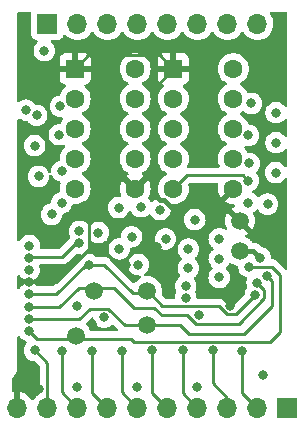
<source format=gbr>
%TF.GenerationSoftware,KiCad,Pcbnew,(6.0.9)*%
%TF.CreationDate,2022-12-15T13:56:24+01:00*%
%TF.ProjectId,8view,38766965-772e-46b6-9963-61645f706362,rev?*%
%TF.SameCoordinates,Original*%
%TF.FileFunction,Copper,L4,Bot*%
%TF.FilePolarity,Positive*%
%FSLAX46Y46*%
G04 Gerber Fmt 4.6, Leading zero omitted, Abs format (unit mm)*
G04 Created by KiCad (PCBNEW (6.0.9)) date 2022-12-15 13:56:24*
%MOMM*%
%LPD*%
G01*
G04 APERTURE LIST*
%TA.AperFunction,SMDPad,CuDef*%
%ADD10C,1.500000*%
%TD*%
%TA.AperFunction,ComponentPad*%
%ADD11R,1.700000X1.700000*%
%TD*%
%TA.AperFunction,ComponentPad*%
%ADD12O,1.700000X1.700000*%
%TD*%
%TA.AperFunction,ComponentPad*%
%ADD13R,1.600000X1.600000*%
%TD*%
%TA.AperFunction,ComponentPad*%
%ADD14C,1.600000*%
%TD*%
%TA.AperFunction,ViaPad*%
%ADD15C,0.800000*%
%TD*%
%TA.AperFunction,Conductor*%
%ADD16C,0.250000*%
%TD*%
%TA.AperFunction,Conductor*%
%ADD17C,0.400000*%
%TD*%
G04 APERTURE END LIST*
D10*
%TO.P,TP6,1,1*%
%TO.N,GND*%
X154750000Y-137600000D03*
%TD*%
%TO.P,TP5,1,1*%
%TO.N,/ISP_RST*%
X140900000Y-144800000D03*
%TD*%
%TO.P,TP4,1,1*%
%TO.N,/ISP_MOSI*%
X146900000Y-143900000D03*
%TD*%
%TO.P,TP3,1,1*%
%TO.N,/ISP_SCK*%
X142400000Y-141000000D03*
%TD*%
%TO.P,TP2,1,1*%
%TO.N,+5V*%
X154750000Y-135050000D03*
%TD*%
%TO.P,TP1,1,1*%
%TO.N,/ISP_MISO*%
X146900000Y-141000000D03*
%TD*%
D11*
%TO.P,J1,1,Pin_1*%
%TO.N,/in0*%
X138430000Y-118364000D03*
D12*
%TO.P,J1,2,Pin_2*%
%TO.N,/in1*%
X140970000Y-118364000D03*
%TO.P,J1,3,Pin_3*%
%TO.N,/in2*%
X143510000Y-118364000D03*
%TO.P,J1,4,Pin_4*%
%TO.N,/in3*%
X146050000Y-118364000D03*
%TO.P,J1,5,Pin_5*%
%TO.N,/in4*%
X148590000Y-118364000D03*
%TO.P,J1,6,Pin_6*%
%TO.N,/in5*%
X151130000Y-118364000D03*
%TO.P,J1,7,Pin_7*%
%TO.N,/in6*%
X153670000Y-118364000D03*
%TO.P,J1,8,Pin_8*%
%TO.N,/in7*%
X156210000Y-118364000D03*
%TD*%
D13*
%TO.P,U2,1,CA*%
%TO.N,+5V*%
X140788500Y-122174000D03*
D14*
%TO.P,U2,2,F*%
%TO.N,Net-(R16-Pad2)*%
X140788500Y-124714000D03*
%TO.P,U2,3,G*%
%TO.N,Net-(R17-Pad2)*%
X140788500Y-127254000D03*
%TO.P,U2,4,E*%
%TO.N,Net-(R15-Pad2)*%
X140788500Y-129794000D03*
%TO.P,U2,5,D*%
%TO.N,Net-(R14-Pad2)*%
X140788500Y-132334000D03*
%TO.P,U2,6,CA*%
%TO.N,+5V*%
X145868500Y-132334000D03*
%TO.P,U2,7,DP*%
%TO.N,Net-(R18-Pad2)*%
X145868500Y-129794000D03*
%TO.P,U2,8,C*%
%TO.N,Net-(R13-Pad2)*%
X145868500Y-127254000D03*
%TO.P,U2,9,B*%
%TO.N,Net-(R12-Pad2)*%
X145868500Y-124714000D03*
%TO.P,U2,10,A*%
%TO.N,Net-(R11-Pad2)*%
X145868500Y-122174000D03*
%TD*%
D13*
%TO.P,U3,1,CA*%
%TO.N,+5V*%
X149098000Y-122174000D03*
D14*
%TO.P,U3,2,F*%
%TO.N,Net-(R24-Pad2)*%
X149098000Y-124714000D03*
%TO.P,U3,3,G*%
%TO.N,Net-(R25-Pad2)*%
X149098000Y-127254000D03*
%TO.P,U3,4,E*%
%TO.N,Net-(R23-Pad2)*%
X149098000Y-129794000D03*
%TO.P,U3,5,D*%
%TO.N,Net-(R22-Pad2)*%
X149098000Y-132334000D03*
%TO.P,U3,6,CA*%
%TO.N,+5V*%
X154178000Y-132334000D03*
%TO.P,U3,7,DP*%
%TO.N,Net-(R26-Pad2)*%
X154178000Y-129794000D03*
%TO.P,U3,8,C*%
%TO.N,Net-(R21-Pad2)*%
X154178000Y-127254000D03*
%TO.P,U3,9,B*%
%TO.N,Net-(R20-Pad2)*%
X154178000Y-124714000D03*
%TO.P,U3,10,A*%
%TO.N,Net-(R19-Pad2)*%
X154178000Y-122174000D03*
%TD*%
D11*
%TO.P,J2,1,Pin_1*%
%TO.N,GND*%
X158750000Y-150876000D03*
D12*
%TO.P,J2,2,Pin_2*%
%TO.N,/in7*%
X156210000Y-150876000D03*
%TO.P,J2,3,Pin_3*%
%TO.N,/in6*%
X153670000Y-150876000D03*
%TO.P,J2,4,Pin_4*%
%TO.N,/in5*%
X151130000Y-150876000D03*
%TO.P,J2,5,Pin_5*%
%TO.N,/in4*%
X148590000Y-150876000D03*
%TO.P,J2,6,Pin_6*%
%TO.N,/in3*%
X146050000Y-150876000D03*
%TO.P,J2,7,Pin_7*%
%TO.N,/in2*%
X143510000Y-150876000D03*
%TO.P,J2,8,Pin_8*%
%TO.N,/in1*%
X140970000Y-150876000D03*
%TO.P,J2,9,Pin_9*%
%TO.N,/in0*%
X138430000Y-150876000D03*
%TO.P,J2,10,Pin_10*%
%TO.N,+5V*%
X135890000Y-150876000D03*
%TD*%
D15*
%TO.N,/D1_I8*%
X136633140Y-125671722D03*
X138796106Y-134498107D03*
%TO.N,GND*%
X141154002Y-135950498D03*
%TO.N,/in0*%
X146147700Y-138758772D03*
X137356128Y-146021329D03*
%TO.N,/in1*%
X139640000Y-146030000D03*
%TO.N,/in2*%
X142230000Y-146051201D03*
%TO.N,/in3*%
X144730000Y-146080000D03*
%TO.N,/in4*%
X147300000Y-146020000D03*
%TO.N,/in5*%
X149881701Y-146021701D03*
%TO.N,/in6*%
X152420000Y-146020000D03*
%TO.N,/in7*%
X154951701Y-146031701D03*
%TO.N,+5V*%
X137160000Y-122682000D03*
X142240000Y-143764000D03*
X136894310Y-140199936D03*
X137720500Y-149300000D03*
X141515500Y-133825500D03*
X153924000Y-142240000D03*
X147691299Y-137296701D03*
X137160000Y-148590000D03*
X157988000Y-119380000D03*
X145110000Y-138758772D03*
%TO.N,GND*%
X138176000Y-120650000D03*
X156464000Y-138176000D03*
X151130000Y-149098000D03*
X140970000Y-149098000D03*
X146050000Y-149098000D03*
X156718000Y-148082000D03*
%TO.N,/ISP_MISO*%
X136899888Y-141230112D03*
X141923974Y-138749702D03*
X156040000Y-141320000D03*
%TO.N,/ISP_SCK*%
X136906064Y-142351446D03*
X156206399Y-140288199D03*
X136888925Y-139200448D03*
%TO.N,/ISP_MOSI*%
X141154502Y-136950000D03*
X136885962Y-143350746D03*
X136899898Y-138156328D03*
X157056175Y-139762002D03*
%TO.N,/ISP_RST*%
X136906019Y-137156844D03*
X155512692Y-138934951D03*
X136893452Y-144362999D03*
%TO.N,Net-(R22-Pad2)*%
X155448000Y-131643500D03*
%TO.N,/D1_I1*%
X137531450Y-126109950D03*
X151299635Y-143002000D03*
X143250000Y-143205500D03*
%TO.N,/D1_I2*%
X140959667Y-142221068D03*
X137363731Y-128678247D03*
X150144500Y-140570501D03*
%TO.N,/D1_I3*%
X150368000Y-139045999D03*
X137690526Y-131284874D03*
%TO.N,/D1_I4*%
X139634668Y-133534668D03*
X152989002Y-136572498D03*
%TO.N,/D1_I5*%
X139678455Y-130825500D03*
X152989002Y-138245999D03*
%TO.N,/D1_I6*%
X139541098Y-125348500D03*
X150144500Y-141570004D03*
%TO.N,/D1_I7*%
X152989002Y-139846001D03*
X139446000Y-127762000D03*
%TO.N,/D1_I8*%
X150368000Y-137442467D03*
%TO.N,/D2_I1*%
X157799302Y-125886882D03*
X142760597Y-136039491D03*
%TO.N,/D2_I2*%
X144526000Y-137414597D03*
X155702000Y-125114500D03*
%TO.N,/D2_I3*%
X144460290Y-133932308D03*
X155463900Y-127806330D03*
%TO.N,/D2_I4*%
X146371573Y-133858000D03*
X155448000Y-133503500D03*
%TO.N,/D2_I5*%
X147965483Y-134091619D03*
X157079898Y-133641500D03*
%TO.N,/D2_I6*%
X157799302Y-128426882D03*
X145573999Y-136398000D03*
%TO.N,/D2_I7*%
X150913500Y-134940299D03*
X157754641Y-130959990D03*
%TO.N,/D2_I8*%
X155518972Y-130194500D03*
X148449354Y-136586048D03*
%TD*%
D16*
%TO.N,+5V*%
X141515500Y-133825500D02*
X141950000Y-134260000D01*
X141950000Y-134260000D02*
X141950000Y-137450000D01*
X141950000Y-137450000D02*
X139200064Y-140199936D01*
X139200064Y-140199936D02*
X136894310Y-140199936D01*
D17*
%TO.N,GND*%
X154850000Y-137600000D02*
X155888000Y-137600000D01*
X155888000Y-137600000D02*
X156464000Y-138176000D01*
%TO.N,+5V*%
X147507009Y-132334000D02*
X147507009Y-132907009D01*
X147507009Y-132907009D02*
X147600000Y-133000000D01*
X147600000Y-133000000D02*
X147700000Y-133000000D01*
X147700000Y-133000000D02*
X147991619Y-133291619D01*
X147991619Y-133291619D02*
X148296854Y-133291619D01*
X148296854Y-133291619D02*
X149200000Y-134194765D01*
X149200000Y-134194765D02*
X149200000Y-134400000D01*
D16*
%TO.N,/ISP_RST*%
X136893452Y-144362999D02*
X137564453Y-145034000D01*
X137564453Y-145034000D02*
X145542000Y-145034000D01*
X145542000Y-145034000D02*
X145788000Y-145280000D01*
X145788000Y-145280000D02*
X157300000Y-145280000D01*
X157300000Y-145280000D02*
X158100000Y-144480000D01*
X158100000Y-144480000D02*
X158100000Y-139620000D01*
X158100000Y-139620000D02*
X157414951Y-138934951D01*
X157414951Y-138934951D02*
X155512692Y-138934951D01*
%TO.N,/ISP_MOSI*%
X136885962Y-143350746D02*
X141149254Y-143350746D01*
X141149254Y-143350746D02*
X142019500Y-142480500D01*
X142019500Y-142480500D02*
X143550305Y-142480500D01*
X149700000Y-143900000D02*
X150400000Y-144600000D01*
X143550305Y-142480500D02*
X144969805Y-143900000D01*
X144969805Y-143900000D02*
X149700000Y-143900000D01*
X150400000Y-144600000D02*
X155120000Y-144600000D01*
X155120000Y-144600000D02*
X157467998Y-142252002D01*
X157467998Y-142252002D02*
X157467998Y-140173825D01*
X157467998Y-140173825D02*
X157056175Y-139762002D01*
%TO.N,/ISP_SCK*%
X136906064Y-142351446D02*
X139461554Y-142351446D01*
X139461554Y-142351446D02*
X141113000Y-140700000D01*
X150274330Y-143002000D02*
X151036330Y-143764000D01*
X141113000Y-140700000D02*
X144100000Y-140700000D01*
X144100000Y-140700000D02*
X145800000Y-142400000D01*
X145800000Y-142400000D02*
X147500000Y-142400000D01*
X148102000Y-143002000D02*
X150274330Y-143002000D01*
X147500000Y-142400000D02*
X148102000Y-143002000D01*
X151036330Y-143764000D02*
X154621305Y-143764000D01*
X154621305Y-143764000D02*
X156803100Y-141582205D01*
X156803100Y-141582205D02*
X156803100Y-140884900D01*
X156803100Y-140884900D02*
X156206399Y-140288199D01*
%TO.N,/ISP_MISO*%
X141923974Y-138749702D02*
X143257484Y-138749702D01*
X149844195Y-142295004D02*
X150444805Y-142295004D01*
X143257484Y-138749702D02*
X145707782Y-141200000D01*
X145707782Y-141200000D02*
X147100000Y-141200000D01*
X147100000Y-141200000D02*
X148177000Y-142277000D01*
X148177000Y-142277000D02*
X149826191Y-142277000D01*
X149826191Y-142277000D02*
X149844195Y-142295004D01*
X150444805Y-142295004D02*
X150462809Y-142277000D01*
X154395000Y-142965000D02*
X156040000Y-141320000D01*
X150462809Y-142277000D02*
X152935695Y-142277000D01*
X152935695Y-142277000D02*
X153623695Y-142965000D01*
X153623695Y-142965000D02*
X154395000Y-142965000D01*
%TO.N,/in0*%
X138445000Y-147110201D02*
X138445000Y-150032000D01*
X137356128Y-146021329D02*
X138445000Y-147110201D01*
%TO.N,/in1*%
X139640000Y-146030000D02*
X139640000Y-149546000D01*
X139640000Y-149546000D02*
X140970000Y-150876000D01*
%TO.N,/in2*%
X142230000Y-149596000D02*
X143510000Y-150876000D01*
X142230000Y-146051201D02*
X142230000Y-149596000D01*
%TO.N,/in3*%
X144730000Y-149556000D02*
X146050000Y-150876000D01*
X144730000Y-146080000D02*
X144730000Y-149556000D01*
%TO.N,/in4*%
X147300000Y-149586000D02*
X148590000Y-150876000D01*
X147300000Y-146020000D02*
X147300000Y-149586000D01*
%TO.N,/in5*%
X149881701Y-146021701D02*
X149881701Y-149627701D01*
X149881701Y-149627701D02*
X151130000Y-150876000D01*
%TO.N,/in6*%
X152420000Y-146020000D02*
X152420000Y-148767000D01*
X152420000Y-148767000D02*
X153685000Y-150032000D01*
%TO.N,/in7*%
X154951701Y-149617701D02*
X156210000Y-150876000D01*
X154951701Y-146031701D02*
X154951701Y-149617701D01*
%TO.N,+5V*%
X153162000Y-120396000D02*
X155448000Y-120396000D01*
X147973000Y-121049000D02*
X141913500Y-121049000D01*
X151384000Y-122174000D02*
X153162000Y-120396000D01*
X155448000Y-120396000D02*
X157226000Y-122174000D01*
X157226000Y-122682000D02*
X158524302Y-123980302D01*
X149098000Y-122174000D02*
X147973000Y-121049000D01*
X141913500Y-121049000D02*
X140788500Y-122174000D01*
X147507009Y-123764991D02*
X147507009Y-132334000D01*
X149098000Y-122174000D02*
X147507009Y-123764991D01*
X149098000Y-122174000D02*
X151384000Y-122174000D01*
X157226000Y-122174000D02*
X157226000Y-122682000D01*
%TO.N,/ISP_MISO*%
X139185888Y-141230112D02*
X136899888Y-141230112D01*
X141923974Y-138749702D02*
X141666298Y-138749702D01*
X141666298Y-138749702D02*
X139185888Y-141230112D01*
%TO.N,/ISP_MOSI*%
X136976273Y-138079953D02*
X139716443Y-138079953D01*
X139716443Y-138079953D02*
X140846396Y-136950000D01*
X140846396Y-136950000D02*
X141154502Y-136950000D01*
X136899898Y-138156328D02*
X136976273Y-138079953D01*
%TO.N,Net-(R22-Pad2)*%
X155013500Y-131209000D02*
X150223000Y-131209000D01*
X155448000Y-131643500D02*
X155013500Y-131209000D01*
X150223000Y-131209000D02*
X149098000Y-132334000D01*
%TD*%
%TA.AperFunction,Conductor*%
%TO.N,+5V*%
G36*
X136099012Y-144817848D02*
G01*
X136125619Y-144850072D01*
X136154412Y-144899943D01*
X136158830Y-144904850D01*
X136158831Y-144904851D01*
X136224161Y-144977407D01*
X136282199Y-145041865D01*
X136436700Y-145154117D01*
X136442728Y-145156801D01*
X136442730Y-145156802D01*
X136605135Y-145229109D01*
X136605137Y-145229110D01*
X136608971Y-145230817D01*
X136608973Y-145230818D01*
X136611164Y-145231793D01*
X136610986Y-145232194D01*
X136666291Y-145270014D01*
X136693926Y-145335411D01*
X136681817Y-145405367D01*
X136662386Y-145434076D01*
X136617088Y-145484385D01*
X136521601Y-145649773D01*
X136462586Y-145831401D01*
X136461896Y-145837962D01*
X136461896Y-145837964D01*
X136455268Y-145901027D01*
X136442624Y-146021329D01*
X136443314Y-146027894D01*
X136461757Y-146203366D01*
X136462586Y-146211257D01*
X136521601Y-146392885D01*
X136617088Y-146558273D01*
X136621506Y-146563180D01*
X136621507Y-146563181D01*
X136674330Y-146621847D01*
X136744875Y-146700195D01*
X136829957Y-146762011D01*
X136892573Y-146807504D01*
X136899376Y-146812447D01*
X136905404Y-146815131D01*
X136905406Y-146815132D01*
X137067809Y-146887438D01*
X137073840Y-146890123D01*
X137167241Y-146909976D01*
X137254184Y-146928457D01*
X137254189Y-146928457D01*
X137260641Y-146929829D01*
X137316534Y-146929829D01*
X137384655Y-146949831D01*
X137405629Y-146966734D01*
X137774595Y-147335700D01*
X137808621Y-147398012D01*
X137811500Y-147424795D01*
X137811500Y-149589883D01*
X137791498Y-149658004D01*
X137743682Y-149701645D01*
X137703607Y-149722507D01*
X137699465Y-149725617D01*
X137537445Y-149847265D01*
X137524965Y-149856635D01*
X137499541Y-149883240D01*
X137431280Y-149954671D01*
X137370629Y-150018138D01*
X137263204Y-150175618D01*
X137262898Y-150176066D01*
X137207987Y-150221069D01*
X137137462Y-150229240D01*
X137073715Y-150197986D01*
X137053018Y-150173502D01*
X136972426Y-150048926D01*
X136966136Y-150040757D01*
X136822806Y-149883240D01*
X136815273Y-149876215D01*
X136648139Y-149744222D01*
X136639552Y-149738517D01*
X136453117Y-149635599D01*
X136443705Y-149631369D01*
X136242959Y-149560280D01*
X136232988Y-149557646D01*
X136161837Y-149544972D01*
X136148540Y-149546432D01*
X136144000Y-149560989D01*
X136144000Y-151004000D01*
X136123998Y-151072121D01*
X136070342Y-151118614D01*
X136018000Y-151130000D01*
X135762000Y-151130000D01*
X135693879Y-151109998D01*
X135647386Y-151056342D01*
X135636000Y-151004000D01*
X135636000Y-149559102D01*
X135632082Y-149545758D01*
X135617805Y-149543771D01*
X135581059Y-149549394D01*
X135510696Y-149539926D01*
X135456622Y-149493921D01*
X135436000Y-149424844D01*
X135436000Y-148458158D01*
X135456002Y-148390037D01*
X135472905Y-148369063D01*
X135521083Y-148320885D01*
X135651767Y-148146312D01*
X135756276Y-147954918D01*
X135779716Y-147892072D01*
X135830909Y-147754819D01*
X135830910Y-147754815D01*
X135832483Y-147750598D01*
X135839852Y-147716726D01*
X135877879Y-147541917D01*
X135878837Y-147537513D01*
X135891530Y-147360041D01*
X135892953Y-147348143D01*
X135895576Y-147332552D01*
X135895729Y-147320000D01*
X135891773Y-147292376D01*
X135890500Y-147274514D01*
X135890500Y-144913072D01*
X135910502Y-144844951D01*
X135964158Y-144798458D01*
X136034432Y-144788354D01*
X136099012Y-144817848D01*
G37*
%TD.AperFunction*%
%TA.AperFunction,Conductor*%
G36*
X142268936Y-143231134D02*
G01*
X142325772Y-143273681D01*
X142350214Y-143336019D01*
X142356458Y-143395428D01*
X142415473Y-143577056D01*
X142510960Y-143742444D01*
X142638747Y-143884366D01*
X142793248Y-143996618D01*
X142799276Y-143999302D01*
X142799278Y-143999303D01*
X142930899Y-144057904D01*
X142967712Y-144074294D01*
X143061113Y-144094147D01*
X143148056Y-144112628D01*
X143148061Y-144112628D01*
X143154513Y-144114000D01*
X143345487Y-144114000D01*
X143351939Y-144112628D01*
X143351944Y-144112628D01*
X143438887Y-144094147D01*
X143532288Y-144074294D01*
X143569101Y-144057904D01*
X143700722Y-143999303D01*
X143700724Y-143999302D01*
X143706752Y-143996618D01*
X143861253Y-143884366D01*
X143865675Y-143879455D01*
X143865760Y-143879361D01*
X143865823Y-143879322D01*
X143870580Y-143875039D01*
X143871364Y-143875909D01*
X143926209Y-143842126D01*
X143997193Y-143843483D01*
X144048485Y-143874584D01*
X144359306Y-144185405D01*
X144393332Y-144247717D01*
X144388267Y-144318532D01*
X144345720Y-144375368D01*
X144279200Y-144400179D01*
X144270211Y-144400500D01*
X142182582Y-144400500D01*
X142114461Y-144380498D01*
X142068387Y-144327750D01*
X141996382Y-144173334D01*
X141996379Y-144173329D01*
X141994056Y-144168347D01*
X141980637Y-144149182D01*
X141870908Y-143992473D01*
X141870906Y-143992470D01*
X141867749Y-143987962D01*
X141726941Y-143847154D01*
X141692915Y-143784842D01*
X141697980Y-143714027D01*
X141726940Y-143668964D01*
X142135810Y-143260094D01*
X142198121Y-143226070D01*
X142268936Y-143231134D01*
G37*
%TD.AperFunction*%
%TA.AperFunction,Conductor*%
G36*
X137013621Y-117368502D02*
G01*
X137060114Y-117422158D01*
X137071500Y-117474500D01*
X137071500Y-119262134D01*
X137078255Y-119324316D01*
X137129385Y-119460705D01*
X137216739Y-119577261D01*
X137333295Y-119664615D01*
X137469684Y-119715745D01*
X137531866Y-119722500D01*
X137531728Y-119723767D01*
X137593790Y-119745688D01*
X137637323Y-119801772D01*
X137643625Y-119872488D01*
X137610694Y-119935385D01*
X137594116Y-119949796D01*
X137564747Y-119971134D01*
X137436960Y-120113056D01*
X137341473Y-120278444D01*
X137282458Y-120460072D01*
X137262496Y-120650000D01*
X137282458Y-120839928D01*
X137341473Y-121021556D01*
X137436960Y-121186944D01*
X137441378Y-121191851D01*
X137441379Y-121191852D01*
X137559024Y-121322510D01*
X137564747Y-121328866D01*
X137719248Y-121441118D01*
X137725276Y-121443802D01*
X137725278Y-121443803D01*
X137880121Y-121512743D01*
X137893712Y-121518794D01*
X137987113Y-121538647D01*
X138074056Y-121557128D01*
X138074061Y-121557128D01*
X138080513Y-121558500D01*
X138271487Y-121558500D01*
X138277939Y-121557128D01*
X138277944Y-121557128D01*
X138364887Y-121538647D01*
X138458288Y-121518794D01*
X138471879Y-121512743D01*
X138626722Y-121443803D01*
X138626724Y-121443802D01*
X138632752Y-121441118D01*
X138787253Y-121328866D01*
X138792976Y-121322510D01*
X138910621Y-121191852D01*
X138910622Y-121191851D01*
X138915040Y-121186944D01*
X139010527Y-121021556D01*
X139069542Y-120839928D01*
X139089504Y-120650000D01*
X139069542Y-120460072D01*
X139010527Y-120278444D01*
X138915040Y-120113056D01*
X138787253Y-119971134D01*
X138758763Y-119950435D01*
X138715411Y-119894213D01*
X138709336Y-119823477D01*
X138742468Y-119760685D01*
X138804288Y-119725774D01*
X138832826Y-119722500D01*
X139328134Y-119722500D01*
X139390316Y-119715745D01*
X139526705Y-119664615D01*
X139643261Y-119577261D01*
X139730615Y-119460705D01*
X139752799Y-119401529D01*
X139774598Y-119343382D01*
X139817240Y-119286618D01*
X139883802Y-119261918D01*
X139953150Y-119277126D01*
X139987817Y-119305114D01*
X140016250Y-119337938D01*
X140188126Y-119480632D01*
X140381000Y-119593338D01*
X140589692Y-119673030D01*
X140594760Y-119674061D01*
X140594763Y-119674062D01*
X140702017Y-119695883D01*
X140808597Y-119717567D01*
X140813772Y-119717757D01*
X140813774Y-119717757D01*
X141026673Y-119725564D01*
X141026677Y-119725564D01*
X141031837Y-119725753D01*
X141036957Y-119725097D01*
X141036959Y-119725097D01*
X141248288Y-119698025D01*
X141248289Y-119698025D01*
X141253416Y-119697368D01*
X141258366Y-119695883D01*
X141462429Y-119634661D01*
X141462434Y-119634659D01*
X141467384Y-119633174D01*
X141667994Y-119534896D01*
X141849860Y-119405173D01*
X142008096Y-119247489D01*
X142138453Y-119066077D01*
X142139776Y-119067028D01*
X142186645Y-119023857D01*
X142256580Y-119011625D01*
X142322026Y-119039144D01*
X142349875Y-119070994D01*
X142409987Y-119169088D01*
X142556250Y-119337938D01*
X142728126Y-119480632D01*
X142921000Y-119593338D01*
X143129692Y-119673030D01*
X143134760Y-119674061D01*
X143134763Y-119674062D01*
X143242017Y-119695883D01*
X143348597Y-119717567D01*
X143353772Y-119717757D01*
X143353774Y-119717757D01*
X143566673Y-119725564D01*
X143566677Y-119725564D01*
X143571837Y-119725753D01*
X143576957Y-119725097D01*
X143576959Y-119725097D01*
X143788288Y-119698025D01*
X143788289Y-119698025D01*
X143793416Y-119697368D01*
X143798366Y-119695883D01*
X144002429Y-119634661D01*
X144002434Y-119634659D01*
X144007384Y-119633174D01*
X144207994Y-119534896D01*
X144389860Y-119405173D01*
X144548096Y-119247489D01*
X144678453Y-119066077D01*
X144679776Y-119067028D01*
X144726645Y-119023857D01*
X144796580Y-119011625D01*
X144862026Y-119039144D01*
X144889875Y-119070994D01*
X144949987Y-119169088D01*
X145096250Y-119337938D01*
X145268126Y-119480632D01*
X145461000Y-119593338D01*
X145669692Y-119673030D01*
X145674760Y-119674061D01*
X145674763Y-119674062D01*
X145782017Y-119695883D01*
X145888597Y-119717567D01*
X145893772Y-119717757D01*
X145893774Y-119717757D01*
X146106673Y-119725564D01*
X146106677Y-119725564D01*
X146111837Y-119725753D01*
X146116957Y-119725097D01*
X146116959Y-119725097D01*
X146328288Y-119698025D01*
X146328289Y-119698025D01*
X146333416Y-119697368D01*
X146338366Y-119695883D01*
X146542429Y-119634661D01*
X146542434Y-119634659D01*
X146547384Y-119633174D01*
X146747994Y-119534896D01*
X146929860Y-119405173D01*
X147088096Y-119247489D01*
X147218453Y-119066077D01*
X147219776Y-119067028D01*
X147266645Y-119023857D01*
X147336580Y-119011625D01*
X147402026Y-119039144D01*
X147429875Y-119070994D01*
X147489987Y-119169088D01*
X147636250Y-119337938D01*
X147808126Y-119480632D01*
X148001000Y-119593338D01*
X148209692Y-119673030D01*
X148214760Y-119674061D01*
X148214763Y-119674062D01*
X148322017Y-119695883D01*
X148428597Y-119717567D01*
X148433772Y-119717757D01*
X148433774Y-119717757D01*
X148646673Y-119725564D01*
X148646677Y-119725564D01*
X148651837Y-119725753D01*
X148656957Y-119725097D01*
X148656959Y-119725097D01*
X148868288Y-119698025D01*
X148868289Y-119698025D01*
X148873416Y-119697368D01*
X148878366Y-119695883D01*
X149082429Y-119634661D01*
X149082434Y-119634659D01*
X149087384Y-119633174D01*
X149287994Y-119534896D01*
X149469860Y-119405173D01*
X149628096Y-119247489D01*
X149758453Y-119066077D01*
X149759776Y-119067028D01*
X149806645Y-119023857D01*
X149876580Y-119011625D01*
X149942026Y-119039144D01*
X149969875Y-119070994D01*
X150029987Y-119169088D01*
X150176250Y-119337938D01*
X150348126Y-119480632D01*
X150541000Y-119593338D01*
X150749692Y-119673030D01*
X150754760Y-119674061D01*
X150754763Y-119674062D01*
X150862017Y-119695883D01*
X150968597Y-119717567D01*
X150973772Y-119717757D01*
X150973774Y-119717757D01*
X151186673Y-119725564D01*
X151186677Y-119725564D01*
X151191837Y-119725753D01*
X151196957Y-119725097D01*
X151196959Y-119725097D01*
X151408288Y-119698025D01*
X151408289Y-119698025D01*
X151413416Y-119697368D01*
X151418366Y-119695883D01*
X151622429Y-119634661D01*
X151622434Y-119634659D01*
X151627384Y-119633174D01*
X151827994Y-119534896D01*
X152009860Y-119405173D01*
X152168096Y-119247489D01*
X152298453Y-119066077D01*
X152299776Y-119067028D01*
X152346645Y-119023857D01*
X152416580Y-119011625D01*
X152482026Y-119039144D01*
X152509875Y-119070994D01*
X152569987Y-119169088D01*
X152716250Y-119337938D01*
X152888126Y-119480632D01*
X153081000Y-119593338D01*
X153289692Y-119673030D01*
X153294760Y-119674061D01*
X153294763Y-119674062D01*
X153402017Y-119695883D01*
X153508597Y-119717567D01*
X153513772Y-119717757D01*
X153513774Y-119717757D01*
X153726673Y-119725564D01*
X153726677Y-119725564D01*
X153731837Y-119725753D01*
X153736957Y-119725097D01*
X153736959Y-119725097D01*
X153948288Y-119698025D01*
X153948289Y-119698025D01*
X153953416Y-119697368D01*
X153958366Y-119695883D01*
X154162429Y-119634661D01*
X154162434Y-119634659D01*
X154167384Y-119633174D01*
X154367994Y-119534896D01*
X154549860Y-119405173D01*
X154708096Y-119247489D01*
X154838453Y-119066077D01*
X154839776Y-119067028D01*
X154886645Y-119023857D01*
X154956580Y-119011625D01*
X155022026Y-119039144D01*
X155049875Y-119070994D01*
X155109987Y-119169088D01*
X155256250Y-119337938D01*
X155428126Y-119480632D01*
X155621000Y-119593338D01*
X155829692Y-119673030D01*
X155834760Y-119674061D01*
X155834763Y-119674062D01*
X155942017Y-119695883D01*
X156048597Y-119717567D01*
X156053772Y-119717757D01*
X156053774Y-119717757D01*
X156266673Y-119725564D01*
X156266677Y-119725564D01*
X156271837Y-119725753D01*
X156276957Y-119725097D01*
X156276959Y-119725097D01*
X156488288Y-119698025D01*
X156488289Y-119698025D01*
X156493416Y-119697368D01*
X156498366Y-119695883D01*
X156702429Y-119634661D01*
X156702434Y-119634659D01*
X156707384Y-119633174D01*
X156907994Y-119534896D01*
X157089860Y-119405173D01*
X157248096Y-119247489D01*
X157378453Y-119066077D01*
X157399320Y-119023857D01*
X157475136Y-118870453D01*
X157475137Y-118870451D01*
X157477430Y-118865811D01*
X157542370Y-118652069D01*
X157571529Y-118430590D01*
X157573156Y-118364000D01*
X157554852Y-118141361D01*
X157500431Y-117924702D01*
X157411354Y-117719840D01*
X157296912Y-117542939D01*
X157276705Y-117474880D01*
X157296501Y-117406699D01*
X157350016Y-117360045D01*
X157402704Y-117348500D01*
X158623500Y-117348500D01*
X158691621Y-117368502D01*
X158738114Y-117422158D01*
X158749500Y-117474500D01*
X158749500Y-125256212D01*
X158729498Y-125324333D01*
X158675842Y-125370826D01*
X158605568Y-125380930D01*
X158540988Y-125351436D01*
X158529864Y-125340522D01*
X158414977Y-125212927D01*
X158414976Y-125212926D01*
X158410555Y-125208016D01*
X158256054Y-125095764D01*
X158250026Y-125093080D01*
X158250024Y-125093079D01*
X158087621Y-125020773D01*
X158087620Y-125020773D01*
X158081590Y-125018088D01*
X157985988Y-124997767D01*
X157901246Y-124979754D01*
X157901241Y-124979754D01*
X157894789Y-124978382D01*
X157703815Y-124978382D01*
X157697363Y-124979754D01*
X157697358Y-124979754D01*
X157612616Y-124997767D01*
X157517014Y-125018088D01*
X157510984Y-125020773D01*
X157510983Y-125020773D01*
X157348580Y-125093079D01*
X157348578Y-125093080D01*
X157342550Y-125095764D01*
X157188049Y-125208016D01*
X157183628Y-125212926D01*
X157183627Y-125212927D01*
X157090688Y-125316147D01*
X157060262Y-125349938D01*
X156964775Y-125515326D01*
X156905760Y-125696954D01*
X156905070Y-125703515D01*
X156905070Y-125703517D01*
X156900744Y-125744679D01*
X156885798Y-125886882D01*
X156886488Y-125893447D01*
X156903077Y-126051278D01*
X156905760Y-126076810D01*
X156964775Y-126258438D01*
X157060262Y-126423826D01*
X157188049Y-126565748D01*
X157342550Y-126678000D01*
X157348578Y-126680684D01*
X157348580Y-126680685D01*
X157510983Y-126752991D01*
X157517014Y-126755676D01*
X157610414Y-126775529D01*
X157697358Y-126794010D01*
X157697363Y-126794010D01*
X157703815Y-126795382D01*
X157894789Y-126795382D01*
X157901241Y-126794010D01*
X157901246Y-126794010D01*
X157988190Y-126775529D01*
X158081590Y-126755676D01*
X158087621Y-126752991D01*
X158250024Y-126680685D01*
X158250026Y-126680684D01*
X158256054Y-126678000D01*
X158410555Y-126565748D01*
X158529864Y-126433242D01*
X158590310Y-126396002D01*
X158661294Y-126397354D01*
X158720278Y-126436867D01*
X158748536Y-126501998D01*
X158749500Y-126517552D01*
X158749500Y-127796212D01*
X158729498Y-127864333D01*
X158675842Y-127910826D01*
X158605568Y-127920930D01*
X158540988Y-127891436D01*
X158529864Y-127880522D01*
X158414977Y-127752927D01*
X158414976Y-127752926D01*
X158410555Y-127748016D01*
X158256054Y-127635764D01*
X158250026Y-127633080D01*
X158250024Y-127633079D01*
X158087621Y-127560773D01*
X158087620Y-127560773D01*
X158081590Y-127558088D01*
X157988189Y-127538235D01*
X157901246Y-127519754D01*
X157901241Y-127519754D01*
X157894789Y-127518382D01*
X157703815Y-127518382D01*
X157697363Y-127519754D01*
X157697358Y-127519754D01*
X157610415Y-127538235D01*
X157517014Y-127558088D01*
X157510984Y-127560773D01*
X157510983Y-127560773D01*
X157348580Y-127633079D01*
X157348578Y-127633080D01*
X157342550Y-127635764D01*
X157188049Y-127748016D01*
X157183628Y-127752926D01*
X157183627Y-127752927D01*
X157169547Y-127768565D01*
X157060262Y-127889938D01*
X156964775Y-128055326D01*
X156905760Y-128236954D01*
X156905070Y-128243515D01*
X156905070Y-128243517D01*
X156889846Y-128388366D01*
X156885798Y-128426882D01*
X156886488Y-128433447D01*
X156903077Y-128591278D01*
X156905760Y-128616810D01*
X156964775Y-128798438D01*
X157060262Y-128963826D01*
X157188049Y-129105748D01*
X157225210Y-129132747D01*
X157330814Y-129209473D01*
X157342550Y-129218000D01*
X157348578Y-129220684D01*
X157348580Y-129220685D01*
X157510983Y-129292991D01*
X157517014Y-129295676D01*
X157610415Y-129315529D01*
X157697358Y-129334010D01*
X157697363Y-129334010D01*
X157703815Y-129335382D01*
X157894789Y-129335382D01*
X157901241Y-129334010D01*
X157901246Y-129334010D01*
X157988189Y-129315529D01*
X158081590Y-129295676D01*
X158087621Y-129292991D01*
X158250024Y-129220685D01*
X158250026Y-129220684D01*
X158256054Y-129218000D01*
X158267791Y-129209473D01*
X158373394Y-129132747D01*
X158410555Y-129105748D01*
X158529864Y-128973242D01*
X158590310Y-128936002D01*
X158661294Y-128937354D01*
X158720278Y-128976867D01*
X158748536Y-129041998D01*
X158749500Y-129057552D01*
X158749500Y-130395899D01*
X158729498Y-130464020D01*
X158675842Y-130510513D01*
X158605568Y-130520617D01*
X158540988Y-130491123D01*
X158514381Y-130458900D01*
X158509675Y-130450749D01*
X158493681Y-130423046D01*
X158486174Y-130414708D01*
X158370316Y-130286035D01*
X158370315Y-130286034D01*
X158365894Y-130281124D01*
X158211393Y-130168872D01*
X158205365Y-130166188D01*
X158205363Y-130166187D01*
X158042960Y-130093881D01*
X158042959Y-130093881D01*
X158036929Y-130091196D01*
X157943529Y-130071343D01*
X157856585Y-130052862D01*
X157856580Y-130052862D01*
X157850128Y-130051490D01*
X157659154Y-130051490D01*
X157652702Y-130052862D01*
X157652697Y-130052862D01*
X157565753Y-130071343D01*
X157472353Y-130091196D01*
X157466323Y-130093881D01*
X157466322Y-130093881D01*
X157303919Y-130166187D01*
X157303917Y-130166188D01*
X157297889Y-130168872D01*
X157143388Y-130281124D01*
X157138967Y-130286034D01*
X157138966Y-130286035D01*
X157023109Y-130414708D01*
X157015601Y-130423046D01*
X156920114Y-130588434D01*
X156861099Y-130770062D01*
X156860409Y-130776623D01*
X156860409Y-130776625D01*
X156851980Y-130856825D01*
X156841137Y-130959990D01*
X156841827Y-130966555D01*
X156859346Y-131133235D01*
X156861099Y-131149918D01*
X156920114Y-131331546D01*
X157015601Y-131496934D01*
X157143388Y-131638856D01*
X157297889Y-131751108D01*
X157303917Y-131753792D01*
X157303919Y-131753793D01*
X157418926Y-131804997D01*
X157472353Y-131828784D01*
X157550426Y-131845379D01*
X157652697Y-131867118D01*
X157652702Y-131867118D01*
X157659154Y-131868490D01*
X157850128Y-131868490D01*
X157856580Y-131867118D01*
X157856585Y-131867118D01*
X157958856Y-131845379D01*
X158036929Y-131828784D01*
X158090356Y-131804997D01*
X158205363Y-131753793D01*
X158205365Y-131753792D01*
X158211393Y-131751108D01*
X158365894Y-131638856D01*
X158493681Y-131496934D01*
X158514382Y-131461079D01*
X158565764Y-131412087D01*
X158635478Y-131398652D01*
X158701389Y-131425039D01*
X158742570Y-131482871D01*
X158749500Y-131524081D01*
X158749500Y-139067371D01*
X158729498Y-139135492D01*
X158675842Y-139181985D01*
X158605568Y-139192089D01*
X158543183Y-139164454D01*
X158531405Y-139154710D01*
X158522626Y-139146722D01*
X157918598Y-138542693D01*
X157911064Y-138534414D01*
X157906951Y-138527933D01*
X157857299Y-138481307D01*
X157854458Y-138478553D01*
X157834721Y-138458816D01*
X157831524Y-138456336D01*
X157822502Y-138448631D01*
X157796051Y-138423792D01*
X157790272Y-138418365D01*
X157783326Y-138414546D01*
X157783323Y-138414544D01*
X157772517Y-138408603D01*
X157755998Y-138397752D01*
X157750517Y-138393501D01*
X157739992Y-138385337D01*
X157732723Y-138382192D01*
X157732719Y-138382189D01*
X157699414Y-138367777D01*
X157688764Y-138362560D01*
X157650011Y-138341256D01*
X157630388Y-138336218D01*
X157611685Y-138329814D01*
X157600371Y-138324918D01*
X157600370Y-138324918D01*
X157593096Y-138321770D01*
X157585273Y-138320531D01*
X157585263Y-138320528D01*
X157549427Y-138314852D01*
X157537807Y-138312446D01*
X157502656Y-138303421D01*
X157502652Y-138303420D01*
X157494981Y-138301451D01*
X157487061Y-138301451D01*
X157487021Y-138301446D01*
X157421945Y-138273064D01*
X157382544Y-138214004D01*
X157377195Y-138178939D01*
X157377504Y-138176000D01*
X157364239Y-138049793D01*
X157358232Y-137992635D01*
X157358232Y-137992633D01*
X157357542Y-137986072D01*
X157298527Y-137804444D01*
X157203040Y-137639056D01*
X157197043Y-137632395D01*
X157079675Y-137502045D01*
X157079674Y-137502044D01*
X157075253Y-137497134D01*
X156920752Y-137384882D01*
X156914724Y-137382198D01*
X156914722Y-137382197D01*
X156752319Y-137309891D01*
X156752318Y-137309891D01*
X156746288Y-137307206D01*
X156593431Y-137274715D01*
X156530533Y-137240563D01*
X156409450Y-137119480D01*
X156403596Y-137113215D01*
X156395316Y-137103724D01*
X156365561Y-137069615D01*
X156313280Y-137032871D01*
X156307986Y-137028939D01*
X156263693Y-136994209D01*
X156257718Y-136989524D01*
X156250802Y-136986401D01*
X156248516Y-136985017D01*
X156233835Y-136976643D01*
X156231475Y-136975378D01*
X156225261Y-136971010D01*
X156218182Y-136968250D01*
X156218180Y-136968249D01*
X156165725Y-136947798D01*
X156159656Y-136945247D01*
X156101427Y-136918955D01*
X156093960Y-136917571D01*
X156091405Y-136916770D01*
X156075152Y-136912141D01*
X156072572Y-136911478D01*
X156065491Y-136908718D01*
X156057960Y-136907727D01*
X156057958Y-136907726D01*
X156028339Y-136903827D01*
X156002139Y-136900378D01*
X155995641Y-136899348D01*
X155932814Y-136887704D01*
X155925234Y-136888141D01*
X155925233Y-136888141D01*
X155870608Y-136891291D01*
X155863354Y-136891500D01*
X155855839Y-136891500D01*
X155787718Y-136871498D01*
X155752626Y-136837771D01*
X155720908Y-136792473D01*
X155720906Y-136792470D01*
X155717749Y-136787962D01*
X155562038Y-136632251D01*
X155552566Y-136625618D01*
X155446394Y-136551276D01*
X155381654Y-136505944D01*
X155376672Y-136503621D01*
X155376667Y-136503618D01*
X155237918Y-136438919D01*
X155184633Y-136392002D01*
X155165172Y-136323725D01*
X155185714Y-136255765D01*
X155237918Y-136210529D01*
X155376416Y-136145947D01*
X155385912Y-136140464D01*
X155427148Y-136111590D01*
X155435523Y-136101113D01*
X155428454Y-136087665D01*
X154390790Y-135050000D01*
X153711611Y-134370822D01*
X153699839Y-134364394D01*
X153687824Y-134373690D01*
X153659534Y-134414093D01*
X153654054Y-134423583D01*
X153565674Y-134613113D01*
X153561928Y-134623405D01*
X153507804Y-134825401D01*
X153505901Y-134836196D01*
X153487674Y-135044525D01*
X153487674Y-135055475D01*
X153505901Y-135263804D01*
X153507804Y-135274599D01*
X153561928Y-135476595D01*
X153565674Y-135486887D01*
X153629391Y-135623527D01*
X153640052Y-135693718D01*
X153611072Y-135758531D01*
X153551653Y-135797388D01*
X153480658Y-135797951D01*
X153452195Y-135785896D01*
X153451098Y-135785263D01*
X153445754Y-135781380D01*
X153384913Y-135754292D01*
X153277321Y-135706389D01*
X153277320Y-135706389D01*
X153271290Y-135703704D01*
X153177889Y-135683851D01*
X153090946Y-135665370D01*
X153090941Y-135665370D01*
X153084489Y-135663998D01*
X152893515Y-135663998D01*
X152887063Y-135665370D01*
X152887058Y-135665370D01*
X152800115Y-135683851D01*
X152706714Y-135703704D01*
X152700684Y-135706389D01*
X152700683Y-135706389D01*
X152538280Y-135778695D01*
X152538278Y-135778696D01*
X152532250Y-135781380D01*
X152526909Y-135785260D01*
X152526908Y-135785261D01*
X152513600Y-135794930D01*
X152377749Y-135893632D01*
X152373328Y-135898542D01*
X152373327Y-135898543D01*
X152258165Y-136026444D01*
X152249962Y-136035554D01*
X152154475Y-136200942D01*
X152095460Y-136382570D01*
X152094770Y-136389131D01*
X152094770Y-136389133D01*
X152078448Y-136544431D01*
X152075498Y-136572498D01*
X152076188Y-136579063D01*
X152093159Y-136740530D01*
X152095460Y-136762426D01*
X152154475Y-136944054D01*
X152157778Y-136949776D01*
X152157779Y-136949777D01*
X152173290Y-136976643D01*
X152249962Y-137109442D01*
X152254380Y-137114349D01*
X152254381Y-137114350D01*
X152324120Y-137191803D01*
X152377749Y-137251364D01*
X152451922Y-137305254D01*
X152454756Y-137307313D01*
X152498109Y-137363536D01*
X152504184Y-137434272D01*
X152471052Y-137497064D01*
X152454758Y-137511183D01*
X152377749Y-137567133D01*
X152373328Y-137572043D01*
X152373327Y-137572044D01*
X152323131Y-137627793D01*
X152249962Y-137709055D01*
X152216193Y-137767544D01*
X152158544Y-137867396D01*
X152154475Y-137874443D01*
X152095460Y-138056071D01*
X152094770Y-138062632D01*
X152094770Y-138062634D01*
X152078992Y-138212758D01*
X152075498Y-138245999D01*
X152076188Y-138252564D01*
X152094538Y-138427151D01*
X152095460Y-138435927D01*
X152154475Y-138617555D01*
X152157778Y-138623277D01*
X152157779Y-138623278D01*
X152176475Y-138655660D01*
X152249962Y-138782943D01*
X152254380Y-138787850D01*
X152254381Y-138787851D01*
X152299510Y-138837972D01*
X152377749Y-138924865D01*
X152391631Y-138934951D01*
X152404174Y-138944064D01*
X152447528Y-139000287D01*
X152453603Y-139071023D01*
X152420471Y-139133814D01*
X152404174Y-139147936D01*
X152377749Y-139167135D01*
X152373328Y-139172045D01*
X152373327Y-139172046D01*
X152322372Y-139228638D01*
X152249962Y-139309057D01*
X152246661Y-139314775D01*
X152159249Y-139466177D01*
X152154475Y-139474445D01*
X152095460Y-139656073D01*
X152094770Y-139662634D01*
X152094770Y-139662636D01*
X152086936Y-139737172D01*
X152075498Y-139846001D01*
X152076188Y-139852566D01*
X152091080Y-139994251D01*
X152095460Y-140035929D01*
X152154475Y-140217557D01*
X152249962Y-140382945D01*
X152254380Y-140387852D01*
X152254381Y-140387853D01*
X152298011Y-140436309D01*
X152377749Y-140524867D01*
X152532250Y-140637119D01*
X152538278Y-140639803D01*
X152538280Y-140639804D01*
X152700683Y-140712110D01*
X152706714Y-140714795D01*
X152789520Y-140732396D01*
X152887058Y-140753129D01*
X152887063Y-140753129D01*
X152893515Y-140754501D01*
X153084489Y-140754501D01*
X153090941Y-140753129D01*
X153090946Y-140753129D01*
X153188484Y-140732396D01*
X153271290Y-140714795D01*
X153277321Y-140712110D01*
X153439724Y-140639804D01*
X153439726Y-140639803D01*
X153445754Y-140637119D01*
X153600255Y-140524867D01*
X153679993Y-140436309D01*
X153723623Y-140387853D01*
X153723624Y-140387852D01*
X153728042Y-140382945D01*
X153823529Y-140217557D01*
X153882544Y-140035929D01*
X153886925Y-139994251D01*
X153901816Y-139852566D01*
X153902506Y-139846001D01*
X153891068Y-139737172D01*
X153883234Y-139662636D01*
X153883234Y-139662634D01*
X153882544Y-139656073D01*
X153823529Y-139474445D01*
X153818756Y-139466177D01*
X153731343Y-139314775D01*
X153728042Y-139309057D01*
X153655633Y-139228638D01*
X153604677Y-139172046D01*
X153604676Y-139172045D01*
X153600255Y-139167135D01*
X153573830Y-139147936D01*
X153530476Y-139091713D01*
X153524401Y-139020977D01*
X153557533Y-138958186D01*
X153573830Y-138944064D01*
X153586373Y-138934951D01*
X153600255Y-138924865D01*
X153678494Y-138837972D01*
X153723623Y-138787851D01*
X153723624Y-138787850D01*
X153728042Y-138782943D01*
X153787498Y-138679963D01*
X153808197Y-138644111D01*
X153859580Y-138595118D01*
X153929293Y-138581682D01*
X153989587Y-138603898D01*
X154101341Y-138682149D01*
X154118346Y-138694056D01*
X154317924Y-138787120D01*
X154507705Y-138837972D01*
X154568327Y-138874924D01*
X154599348Y-138938785D01*
X154600403Y-138946509D01*
X154613490Y-139071023D01*
X154619150Y-139124879D01*
X154678165Y-139306507D01*
X154681468Y-139312229D01*
X154681469Y-139312230D01*
X154697752Y-139340432D01*
X154773652Y-139471895D01*
X154778070Y-139476802D01*
X154778071Y-139476803D01*
X154858131Y-139565719D01*
X154901439Y-139613817D01*
X155055940Y-139726069D01*
X155061968Y-139728753D01*
X155061970Y-139728754D01*
X155224373Y-139801060D01*
X155230404Y-139803745D01*
X155236859Y-139805117D01*
X155236862Y-139805118D01*
X155244447Y-139806730D01*
X155260167Y-139810071D01*
X155322639Y-139843799D01*
X155356961Y-139905948D01*
X155353803Y-139972253D01*
X155312857Y-140098271D01*
X155292895Y-140288199D01*
X155293585Y-140294764D01*
X155303750Y-140391474D01*
X155312857Y-140478127D01*
X155360028Y-140623303D01*
X155362056Y-140694270D01*
X155333831Y-140746549D01*
X155300960Y-140783056D01*
X155289342Y-140803179D01*
X155209161Y-140942057D01*
X155205473Y-140948444D01*
X155146458Y-141130072D01*
X155145768Y-141136633D01*
X155145768Y-141136635D01*
X155129093Y-141295292D01*
X155102080Y-141360949D01*
X155092878Y-141371217D01*
X154169500Y-142294595D01*
X154107188Y-142328621D01*
X154080405Y-142331500D01*
X153938290Y-142331500D01*
X153870169Y-142311498D01*
X153849194Y-142294595D01*
X153439342Y-141884742D01*
X153431808Y-141876463D01*
X153427695Y-141869982D01*
X153378043Y-141823356D01*
X153375202Y-141820602D01*
X153355465Y-141800865D01*
X153352268Y-141798385D01*
X153343246Y-141790680D01*
X153316795Y-141765841D01*
X153311016Y-141760414D01*
X153304070Y-141756595D01*
X153304067Y-141756593D01*
X153293261Y-141750652D01*
X153276742Y-141739801D01*
X153276278Y-141739441D01*
X153260736Y-141727386D01*
X153253467Y-141724241D01*
X153253463Y-141724238D01*
X153220158Y-141709826D01*
X153209508Y-141704609D01*
X153170755Y-141683305D01*
X153151132Y-141678267D01*
X153132429Y-141671863D01*
X153121115Y-141666967D01*
X153121114Y-141666967D01*
X153113840Y-141663819D01*
X153106017Y-141662580D01*
X153106007Y-141662577D01*
X153070171Y-141656901D01*
X153058551Y-141654495D01*
X153023406Y-141645472D01*
X153023405Y-141645472D01*
X153015725Y-141643500D01*
X152995471Y-141643500D01*
X152975760Y-141641949D01*
X152963581Y-141640020D01*
X152955752Y-141638780D01*
X152947860Y-141639526D01*
X152911734Y-141642941D01*
X152899876Y-141643500D01*
X151179180Y-141643500D01*
X151111059Y-141623498D01*
X151064566Y-141569842D01*
X151053870Y-141530671D01*
X151038732Y-141386638D01*
X151038731Y-141386635D01*
X151038042Y-141380076D01*
X150979027Y-141198448D01*
X150941385Y-141133251D01*
X150924648Y-141064259D01*
X150941386Y-141007253D01*
X150975723Y-140947780D01*
X150975724Y-140947779D01*
X150979027Y-140942057D01*
X151038042Y-140760429D01*
X151040989Y-140732396D01*
X151057314Y-140577066D01*
X151058004Y-140570501D01*
X151048295Y-140478127D01*
X151038732Y-140387136D01*
X151038732Y-140387134D01*
X151038042Y-140380573D01*
X150979027Y-140198945D01*
X150975291Y-140192473D01*
X150917280Y-140091996D01*
X150883540Y-140033557D01*
X150846999Y-139992974D01*
X150816283Y-139928968D01*
X150825048Y-139858515D01*
X150866576Y-139806730D01*
X150904216Y-139779383D01*
X150979253Y-139724865D01*
X151107040Y-139582943D01*
X151168320Y-139476803D01*
X151199223Y-139423278D01*
X151199224Y-139423277D01*
X151202527Y-139417555D01*
X151261542Y-139235927D01*
X151264551Y-139207303D01*
X151280814Y-139052564D01*
X151281504Y-139045999D01*
X151272275Y-138958186D01*
X151262232Y-138862634D01*
X151262232Y-138862632D01*
X151261542Y-138856071D01*
X151202527Y-138674443D01*
X151182356Y-138639505D01*
X151140927Y-138567749D01*
X151107040Y-138509055D01*
X151101205Y-138502574D01*
X150983675Y-138372044D01*
X150983674Y-138372043D01*
X150979253Y-138367133D01*
X150950397Y-138346168D01*
X150907045Y-138289946D01*
X150900970Y-138219210D01*
X150934102Y-138156418D01*
X150950395Y-138142300D01*
X150979253Y-138121333D01*
X150984376Y-138115643D01*
X151102621Y-137984319D01*
X151102622Y-137984318D01*
X151107040Y-137979411D01*
X151177641Y-137857127D01*
X151199223Y-137819746D01*
X151199224Y-137819745D01*
X151202527Y-137814023D01*
X151261542Y-137632395D01*
X151263812Y-137610803D01*
X151280814Y-137449032D01*
X151281504Y-137442467D01*
X151275452Y-137384882D01*
X151262232Y-137259102D01*
X151262232Y-137259100D01*
X151261542Y-137252539D01*
X151202527Y-137070911D01*
X151107040Y-136905523D01*
X151102409Y-136900379D01*
X150983675Y-136768512D01*
X150983674Y-136768511D01*
X150979253Y-136763601D01*
X150880066Y-136691537D01*
X150830094Y-136655230D01*
X150830093Y-136655229D01*
X150824752Y-136651349D01*
X150818724Y-136648665D01*
X150818722Y-136648664D01*
X150656319Y-136576358D01*
X150656318Y-136576358D01*
X150650288Y-136573673D01*
X150531803Y-136548488D01*
X150469944Y-136535339D01*
X150469939Y-136535339D01*
X150463487Y-136533967D01*
X150272513Y-136533967D01*
X150266061Y-136535339D01*
X150266056Y-136535339D01*
X150204197Y-136548488D01*
X150085712Y-136573673D01*
X150079682Y-136576358D01*
X150079681Y-136576358D01*
X149917278Y-136648664D01*
X149917276Y-136648665D01*
X149911248Y-136651349D01*
X149905907Y-136655229D01*
X149905906Y-136655230D01*
X149855934Y-136691537D01*
X149756747Y-136763601D01*
X149752326Y-136768511D01*
X149752325Y-136768512D01*
X149633592Y-136900379D01*
X149628960Y-136905523D01*
X149533473Y-137070911D01*
X149474458Y-137252539D01*
X149473768Y-137259100D01*
X149473768Y-137259102D01*
X149460548Y-137384882D01*
X149454496Y-137442467D01*
X149455186Y-137449032D01*
X149472189Y-137610803D01*
X149474458Y-137632395D01*
X149533473Y-137814023D01*
X149536776Y-137819745D01*
X149536777Y-137819746D01*
X149558359Y-137857127D01*
X149628960Y-137979411D01*
X149633378Y-137984318D01*
X149633379Y-137984319D01*
X149751624Y-138115643D01*
X149756747Y-138121333D01*
X149785603Y-138142298D01*
X149828955Y-138198520D01*
X149835030Y-138269256D01*
X149801898Y-138332048D01*
X149785605Y-138346166D01*
X149756747Y-138367133D01*
X149752326Y-138372043D01*
X149752325Y-138372044D01*
X149634796Y-138502574D01*
X149628960Y-138509055D01*
X149595073Y-138567749D01*
X149553645Y-138639505D01*
X149533473Y-138674443D01*
X149474458Y-138856071D01*
X149473768Y-138862632D01*
X149473768Y-138862634D01*
X149463725Y-138958186D01*
X149454496Y-139045999D01*
X149455186Y-139052564D01*
X149471450Y-139207303D01*
X149474458Y-139235927D01*
X149533473Y-139417555D01*
X149536776Y-139423277D01*
X149536777Y-139423278D01*
X149567680Y-139476803D01*
X149628960Y-139582943D01*
X149665501Y-139623526D01*
X149696217Y-139687532D01*
X149687452Y-139757985D01*
X149645924Y-139809770D01*
X149638443Y-139815205D01*
X149533247Y-139891635D01*
X149528826Y-139896545D01*
X149528825Y-139896546D01*
X149460657Y-139972255D01*
X149405460Y-140033557D01*
X149371720Y-140091996D01*
X149313710Y-140192473D01*
X149309973Y-140198945D01*
X149250958Y-140380573D01*
X149250268Y-140387134D01*
X149250268Y-140387136D01*
X149240705Y-140478127D01*
X149230996Y-140570501D01*
X149231686Y-140577066D01*
X149248012Y-140732396D01*
X149250958Y-140760429D01*
X149309973Y-140942057D01*
X149313276Y-140947779D01*
X149313277Y-140947780D01*
X149347614Y-141007253D01*
X149364352Y-141076248D01*
X149347615Y-141133251D01*
X149309973Y-141198448D01*
X149250958Y-141380076D01*
X149250269Y-141386635D01*
X149250268Y-141386638D01*
X149235130Y-141530671D01*
X149208117Y-141596327D01*
X149149895Y-141636957D01*
X149109820Y-141643500D01*
X148491595Y-141643500D01*
X148423474Y-141623498D01*
X148402499Y-141606595D01*
X148168327Y-141372422D01*
X148134302Y-141310110D01*
X148135716Y-141250715D01*
X148142692Y-141224681D01*
X148144115Y-141219371D01*
X148163307Y-141000000D01*
X148144115Y-140780629D01*
X148087120Y-140567924D01*
X148025747Y-140436309D01*
X147996382Y-140373334D01*
X147996379Y-140373329D01*
X147994056Y-140368347D01*
X147952932Y-140309616D01*
X147870908Y-140192473D01*
X147870906Y-140192470D01*
X147867749Y-140187962D01*
X147712038Y-140032251D01*
X147706903Y-140028655D01*
X147564535Y-139928968D01*
X147531654Y-139905944D01*
X147332076Y-139812880D01*
X147119371Y-139755885D01*
X146900000Y-139736693D01*
X146894525Y-139737172D01*
X146724291Y-139752065D01*
X146654686Y-139738076D01*
X146603694Y-139688676D01*
X146587504Y-139619550D01*
X146611257Y-139552645D01*
X146639248Y-139524609D01*
X146708293Y-139474445D01*
X146753609Y-139441521D01*
X146753611Y-139441519D01*
X146758953Y-139437638D01*
X146777036Y-139417555D01*
X146882321Y-139300624D01*
X146882322Y-139300623D01*
X146886740Y-139295716D01*
X146958141Y-139172046D01*
X146978923Y-139136051D01*
X146978924Y-139136050D01*
X146982227Y-139130328D01*
X147041242Y-138948700D01*
X147051638Y-138849793D01*
X147060514Y-138765337D01*
X147061204Y-138758772D01*
X147045701Y-138611270D01*
X147041932Y-138575407D01*
X147041932Y-138575405D01*
X147041242Y-138568844D01*
X146982227Y-138387216D01*
X146976991Y-138378146D01*
X146926068Y-138289946D01*
X146886740Y-138221828D01*
X146878574Y-138212758D01*
X146763375Y-138084817D01*
X146763374Y-138084816D01*
X146758953Y-138079906D01*
X146604452Y-137967654D01*
X146598424Y-137964970D01*
X146598422Y-137964969D01*
X146436019Y-137892663D01*
X146436018Y-137892663D01*
X146429988Y-137889978D01*
X146323749Y-137867396D01*
X146249644Y-137851644D01*
X146249639Y-137851644D01*
X146243187Y-137850272D01*
X146052213Y-137850272D01*
X146045761Y-137851644D01*
X146045756Y-137851644D01*
X145971651Y-137867396D01*
X145865412Y-137889978D01*
X145859382Y-137892663D01*
X145859381Y-137892663D01*
X145696978Y-137964969D01*
X145696976Y-137964970D01*
X145690948Y-137967654D01*
X145536447Y-138079906D01*
X145532026Y-138084816D01*
X145532025Y-138084817D01*
X145416827Y-138212758D01*
X145408660Y-138221828D01*
X145369332Y-138289946D01*
X145318410Y-138378146D01*
X145313173Y-138387216D01*
X145254158Y-138568844D01*
X145253468Y-138575405D01*
X145253468Y-138575407D01*
X145249699Y-138611270D01*
X145234196Y-138758772D01*
X145234886Y-138765337D01*
X145243763Y-138849793D01*
X145254158Y-138948700D01*
X145313173Y-139130328D01*
X145316476Y-139136050D01*
X145316477Y-139136051D01*
X145337259Y-139172046D01*
X145408660Y-139295716D01*
X145413078Y-139300623D01*
X145413079Y-139300624D01*
X145518364Y-139417555D01*
X145536447Y-139437638D01*
X145690948Y-139549890D01*
X145696976Y-139552574D01*
X145696978Y-139552575D01*
X145856333Y-139623524D01*
X145865412Y-139627566D01*
X145941542Y-139643748D01*
X146045756Y-139665900D01*
X146045761Y-139665900D01*
X146052213Y-139667272D01*
X146212459Y-139667272D01*
X146280580Y-139687274D01*
X146327073Y-139740930D01*
X146337177Y-139811204D01*
X146307683Y-139875784D01*
X146275460Y-139902390D01*
X146273325Y-139903623D01*
X146268347Y-139905944D01*
X146263846Y-139909095D01*
X146263847Y-139909095D01*
X146092473Y-140029092D01*
X146092470Y-140029094D01*
X146087962Y-140032251D01*
X145932251Y-140187962D01*
X145929094Y-140192470D01*
X145929092Y-140192473D01*
X145878106Y-140265288D01*
X145822648Y-140309616D01*
X145752029Y-140316925D01*
X145685798Y-140282112D01*
X144770094Y-139366407D01*
X143761136Y-138357449D01*
X143753596Y-138349163D01*
X143749484Y-138342684D01*
X143699832Y-138296058D01*
X143696991Y-138293304D01*
X143677254Y-138273567D01*
X143674057Y-138271087D01*
X143665035Y-138263382D01*
X143638584Y-138238543D01*
X143632805Y-138233116D01*
X143625859Y-138229297D01*
X143625856Y-138229295D01*
X143615050Y-138223354D01*
X143598531Y-138212503D01*
X143592532Y-138207850D01*
X143582525Y-138200088D01*
X143575256Y-138196943D01*
X143575252Y-138196940D01*
X143541947Y-138182528D01*
X143531297Y-138177311D01*
X143492544Y-138156007D01*
X143472921Y-138150969D01*
X143454218Y-138144565D01*
X143442904Y-138139669D01*
X143442903Y-138139669D01*
X143435629Y-138136521D01*
X143427806Y-138135282D01*
X143427796Y-138135279D01*
X143391960Y-138129603D01*
X143380340Y-138127197D01*
X143345195Y-138118174D01*
X143345194Y-138118174D01*
X143337514Y-138116202D01*
X143317260Y-138116202D01*
X143297549Y-138114651D01*
X143285370Y-138112722D01*
X143277541Y-138111482D01*
X143269649Y-138112228D01*
X143233523Y-138115643D01*
X143221665Y-138116202D01*
X142632174Y-138116202D01*
X142564053Y-138096200D01*
X142544827Y-138079859D01*
X142544554Y-138080162D01*
X142539642Y-138075739D01*
X142535227Y-138070836D01*
X142506264Y-138049793D01*
X142386068Y-137962465D01*
X142386067Y-137962464D01*
X142380726Y-137958584D01*
X142374698Y-137955900D01*
X142374696Y-137955899D01*
X142212293Y-137883593D01*
X142212292Y-137883593D01*
X142206262Y-137880908D01*
X142112861Y-137861055D01*
X142025918Y-137842574D01*
X142025913Y-137842574D01*
X142019461Y-137841202D01*
X141857141Y-137841202D01*
X141789020Y-137821200D01*
X141742527Y-137767544D01*
X141732423Y-137697270D01*
X141761917Y-137632690D01*
X141765456Y-137629083D01*
X141765755Y-137628866D01*
X141766711Y-137627804D01*
X141766722Y-137627793D01*
X141889123Y-137491852D01*
X141889124Y-137491851D01*
X141893542Y-137486944D01*
X141935311Y-137414597D01*
X143612496Y-137414597D01*
X143613186Y-137421162D01*
X143621164Y-137497064D01*
X143632458Y-137604525D01*
X143691473Y-137786153D01*
X143786960Y-137951541D01*
X143791378Y-137956448D01*
X143791379Y-137956449D01*
X143895340Y-138071909D01*
X143914747Y-138093463D01*
X143972302Y-138135279D01*
X144030147Y-138177306D01*
X144069248Y-138205715D01*
X144075276Y-138208399D01*
X144075278Y-138208400D01*
X144237681Y-138280706D01*
X144243712Y-138283391D01*
X144328654Y-138301446D01*
X144424056Y-138321725D01*
X144424061Y-138321725D01*
X144430513Y-138323097D01*
X144621487Y-138323097D01*
X144627939Y-138321725D01*
X144627944Y-138321725D01*
X144723346Y-138301446D01*
X144808288Y-138283391D01*
X144814319Y-138280706D01*
X144976722Y-138208400D01*
X144976724Y-138208399D01*
X144982752Y-138205715D01*
X145021854Y-138177306D01*
X145079698Y-138135279D01*
X145137253Y-138093463D01*
X145156660Y-138071909D01*
X145260621Y-137956449D01*
X145260622Y-137956448D01*
X145265040Y-137951541D01*
X145360527Y-137786153D01*
X145419542Y-137604525D01*
X145427543Y-137528400D01*
X145439007Y-137419329D01*
X145466020Y-137353673D01*
X145524242Y-137313043D01*
X145564317Y-137306500D01*
X145669486Y-137306500D01*
X145675938Y-137305128D01*
X145675943Y-137305128D01*
X145762887Y-137286647D01*
X145856287Y-137266794D01*
X145882229Y-137255244D01*
X146024721Y-137191803D01*
X146024723Y-137191802D01*
X146030751Y-137189118D01*
X146185252Y-137076866D01*
X146292636Y-136957604D01*
X146308620Y-136939852D01*
X146308621Y-136939851D01*
X146313039Y-136934944D01*
X146395295Y-136792473D01*
X146405222Y-136775279D01*
X146405223Y-136775278D01*
X146408526Y-136769556D01*
X146467541Y-136587928D01*
X146467739Y-136586048D01*
X147535850Y-136586048D01*
X147536540Y-136592613D01*
X147555048Y-136768704D01*
X147555812Y-136775976D01*
X147614827Y-136957604D01*
X147710314Y-137122992D01*
X147714732Y-137127899D01*
X147714733Y-137127900D01*
X147829394Y-137255244D01*
X147838101Y-137264914D01*
X147992602Y-137377166D01*
X147998630Y-137379850D01*
X147998632Y-137379851D01*
X148148224Y-137446453D01*
X148167066Y-137454842D01*
X148260467Y-137474695D01*
X148347410Y-137493176D01*
X148347415Y-137493176D01*
X148353867Y-137494548D01*
X148544841Y-137494548D01*
X148551293Y-137493176D01*
X148551298Y-137493176D01*
X148638241Y-137474695D01*
X148731642Y-137454842D01*
X148750484Y-137446453D01*
X148900076Y-137379851D01*
X148900078Y-137379850D01*
X148906106Y-137377166D01*
X149060607Y-137264914D01*
X149069314Y-137255244D01*
X149183975Y-137127900D01*
X149183976Y-137127899D01*
X149188394Y-137122992D01*
X149283881Y-136957604D01*
X149342896Y-136775976D01*
X149343661Y-136768704D01*
X149362168Y-136592613D01*
X149362858Y-136586048D01*
X149352016Y-136482889D01*
X149343586Y-136402683D01*
X149343586Y-136402681D01*
X149342896Y-136396120D01*
X149283881Y-136214492D01*
X149280175Y-136208072D01*
X149246668Y-136150038D01*
X149188394Y-136049104D01*
X149179739Y-136039491D01*
X149065029Y-135912093D01*
X149065028Y-135912092D01*
X149060607Y-135907182D01*
X148906106Y-135794930D01*
X148900078Y-135792246D01*
X148900076Y-135792245D01*
X148737673Y-135719939D01*
X148737672Y-135719939D01*
X148731642Y-135717254D01*
X148638242Y-135697401D01*
X148551298Y-135678920D01*
X148551293Y-135678920D01*
X148544841Y-135677548D01*
X148353867Y-135677548D01*
X148347415Y-135678920D01*
X148347410Y-135678920D01*
X148260466Y-135697401D01*
X148167066Y-135717254D01*
X148161036Y-135719939D01*
X148161035Y-135719939D01*
X147998632Y-135792245D01*
X147998630Y-135792246D01*
X147992602Y-135794930D01*
X147838101Y-135907182D01*
X147833680Y-135912092D01*
X147833679Y-135912093D01*
X147718970Y-136039491D01*
X147710314Y-136049104D01*
X147652040Y-136150038D01*
X147618534Y-136208072D01*
X147614827Y-136214492D01*
X147555812Y-136396120D01*
X147555122Y-136402681D01*
X147555122Y-136402683D01*
X147546692Y-136482889D01*
X147535850Y-136586048D01*
X146467739Y-136586048D01*
X146469184Y-136572301D01*
X146486813Y-136404565D01*
X146487503Y-136398000D01*
X146483077Y-136355885D01*
X146468231Y-136214635D01*
X146468231Y-136214633D01*
X146467541Y-136208072D01*
X146408526Y-136026444D01*
X146313039Y-135861056D01*
X146300768Y-135847427D01*
X146189674Y-135724045D01*
X146189673Y-135724044D01*
X146185252Y-135719134D01*
X146030751Y-135606882D01*
X146024723Y-135604198D01*
X146024721Y-135604197D01*
X145862318Y-135531891D01*
X145862317Y-135531891D01*
X145856287Y-135529206D01*
X145757768Y-135508265D01*
X145675943Y-135490872D01*
X145675938Y-135490872D01*
X145669486Y-135489500D01*
X145478512Y-135489500D01*
X145472060Y-135490872D01*
X145472055Y-135490872D01*
X145390230Y-135508265D01*
X145291711Y-135529206D01*
X145285681Y-135531891D01*
X145285680Y-135531891D01*
X145123277Y-135604197D01*
X145123275Y-135604198D01*
X145117247Y-135606882D01*
X144962746Y-135719134D01*
X144958325Y-135724044D01*
X144958324Y-135724045D01*
X144847231Y-135847427D01*
X144834959Y-135861056D01*
X144739472Y-136026444D01*
X144680457Y-136208072D01*
X144679767Y-136214633D01*
X144679767Y-136214635D01*
X144660992Y-136393268D01*
X144633979Y-136458924D01*
X144575757Y-136499554D01*
X144535682Y-136506097D01*
X144430513Y-136506097D01*
X144424061Y-136507469D01*
X144424056Y-136507469D01*
X144337112Y-136525950D01*
X144243712Y-136545803D01*
X144237682Y-136548488D01*
X144237681Y-136548488D01*
X144075278Y-136620794D01*
X144075276Y-136620795D01*
X144069248Y-136623479D01*
X144063907Y-136627359D01*
X144063906Y-136627360D01*
X144034584Y-136648664D01*
X143914747Y-136735731D01*
X143910326Y-136740641D01*
X143910325Y-136740642D01*
X143829319Y-136830609D01*
X143786960Y-136877653D01*
X143691473Y-137043041D01*
X143632458Y-137224669D01*
X143631768Y-137231230D01*
X143631768Y-137231232D01*
X143616838Y-137373285D01*
X143612496Y-137414597D01*
X141935311Y-137414597D01*
X141955372Y-137379851D01*
X141985725Y-137327279D01*
X141985726Y-137327278D01*
X141989029Y-137321556D01*
X142048044Y-137139928D01*
X142050733Y-137114350D01*
X142067316Y-136956565D01*
X142068006Y-136950000D01*
X142064503Y-136916675D01*
X142077274Y-136846839D01*
X142125776Y-136794991D01*
X142194608Y-136777596D01*
X142263873Y-136801568D01*
X142298504Y-136826729D01*
X142298507Y-136826731D01*
X142303845Y-136830609D01*
X142309873Y-136833293D01*
X142309875Y-136833294D01*
X142472105Y-136905523D01*
X142478309Y-136908285D01*
X142571710Y-136928138D01*
X142658653Y-136946619D01*
X142658658Y-136946619D01*
X142665110Y-136947991D01*
X142856084Y-136947991D01*
X142862536Y-136946619D01*
X142862541Y-136946619D01*
X142949484Y-136928138D01*
X143042885Y-136908285D01*
X143049089Y-136905523D01*
X143211319Y-136833294D01*
X143211321Y-136833293D01*
X143217349Y-136830609D01*
X143269839Y-136792473D01*
X143290315Y-136777596D01*
X143371850Y-136718357D01*
X143449380Y-136632251D01*
X143495218Y-136581343D01*
X143495219Y-136581342D01*
X143499637Y-136576435D01*
X143572741Y-136449816D01*
X143591820Y-136416770D01*
X143591821Y-136416769D01*
X143595124Y-136411047D01*
X143654139Y-136229419D01*
X143655048Y-136220777D01*
X143673411Y-136046056D01*
X143674101Y-136039491D01*
X143654139Y-135849563D01*
X143595124Y-135667935D01*
X143499637Y-135502547D01*
X143487890Y-135489500D01*
X143376272Y-135365536D01*
X143376268Y-135365532D01*
X143371850Y-135360625D01*
X143217349Y-135248373D01*
X143211321Y-135245689D01*
X143211319Y-135245688D01*
X143048916Y-135173382D01*
X143048915Y-135173382D01*
X143042885Y-135170697D01*
X142949485Y-135150844D01*
X142862541Y-135132363D01*
X142862536Y-135132363D01*
X142856084Y-135130991D01*
X142665110Y-135130991D01*
X142658658Y-135132363D01*
X142658653Y-135132363D01*
X142571709Y-135150844D01*
X142478309Y-135170697D01*
X142472279Y-135173382D01*
X142472278Y-135173382D01*
X142309875Y-135245688D01*
X142309873Y-135245689D01*
X142303845Y-135248373D01*
X142149344Y-135360625D01*
X142106106Y-135408646D01*
X142089858Y-135426691D01*
X142029411Y-135463930D01*
X141958428Y-135462578D01*
X141899443Y-135423064D01*
X141895923Y-135418544D01*
X141893042Y-135413554D01*
X141765255Y-135271632D01*
X141628209Y-135172062D01*
X141616096Y-135163261D01*
X141616095Y-135163260D01*
X141610754Y-135159380D01*
X141604726Y-135156696D01*
X141604724Y-135156695D01*
X141442321Y-135084389D01*
X141442320Y-135084389D01*
X141436290Y-135081704D01*
X141342889Y-135061851D01*
X141255946Y-135043370D01*
X141255941Y-135043370D01*
X141249489Y-135041998D01*
X141058515Y-135041998D01*
X141052063Y-135043370D01*
X141052058Y-135043370D01*
X140965115Y-135061851D01*
X140871714Y-135081704D01*
X140865684Y-135084389D01*
X140865683Y-135084389D01*
X140703280Y-135156695D01*
X140703278Y-135156696D01*
X140697250Y-135159380D01*
X140691909Y-135163260D01*
X140691908Y-135163261D01*
X140679795Y-135172062D01*
X140542749Y-135271632D01*
X140538328Y-135276542D01*
X140538327Y-135276543D01*
X140419387Y-135408640D01*
X140414962Y-135413554D01*
X140319475Y-135578942D01*
X140260460Y-135760570D01*
X140259770Y-135767131D01*
X140259770Y-135767133D01*
X140250417Y-135856126D01*
X140240498Y-135950498D01*
X140260460Y-136140426D01*
X140319475Y-136322054D01*
X140357367Y-136387684D01*
X140374104Y-136456676D01*
X140357367Y-136513680D01*
X140325435Y-136568986D01*
X140305414Y-136595078D01*
X139490942Y-137409549D01*
X139428630Y-137443574D01*
X139401847Y-137446453D01*
X137929021Y-137446453D01*
X137860900Y-137426451D01*
X137814407Y-137372795D01*
X137803711Y-137307284D01*
X137819523Y-137156844D01*
X137815057Y-137114350D01*
X137800251Y-136973479D01*
X137800251Y-136973477D01*
X137799561Y-136966916D01*
X137740546Y-136785288D01*
X137730861Y-136768512D01*
X137650366Y-136629092D01*
X137645059Y-136619900D01*
X137608668Y-136579483D01*
X137521694Y-136482889D01*
X137521693Y-136482888D01*
X137517272Y-136477978D01*
X137362771Y-136365726D01*
X137356743Y-136363042D01*
X137356741Y-136363041D01*
X137194338Y-136290735D01*
X137194337Y-136290735D01*
X137188307Y-136288050D01*
X137094907Y-136268197D01*
X137007963Y-136249716D01*
X137007958Y-136249716D01*
X137001506Y-136248344D01*
X136810532Y-136248344D01*
X136804080Y-136249716D01*
X136804075Y-136249716D01*
X136717131Y-136268197D01*
X136623731Y-136288050D01*
X136617701Y-136290735D01*
X136617700Y-136290735D01*
X136455297Y-136363041D01*
X136455295Y-136363042D01*
X136449267Y-136365726D01*
X136294766Y-136477978D01*
X136290345Y-136482888D01*
X136290344Y-136482889D01*
X136203371Y-136579483D01*
X136166979Y-136619900D01*
X136163680Y-136625613D01*
X136163677Y-136625618D01*
X136125619Y-136691537D01*
X136074236Y-136740530D01*
X136004522Y-136753966D01*
X135938612Y-136727579D01*
X135897430Y-136669747D01*
X135890500Y-136628537D01*
X135890500Y-131284874D01*
X136777022Y-131284874D01*
X136777712Y-131291439D01*
X136794753Y-131453572D01*
X136796984Y-131474802D01*
X136855999Y-131656430D01*
X136951486Y-131821818D01*
X136955904Y-131826725D01*
X136955905Y-131826726D01*
X137012942Y-131890072D01*
X137079273Y-131963740D01*
X137233774Y-132075992D01*
X137239802Y-132078676D01*
X137239804Y-132078677D01*
X137402207Y-132150983D01*
X137408238Y-132153668D01*
X137501639Y-132173521D01*
X137588582Y-132192002D01*
X137588587Y-132192002D01*
X137595039Y-132193374D01*
X137786013Y-132193374D01*
X137792465Y-132192002D01*
X137792470Y-132192002D01*
X137879413Y-132173521D01*
X137972814Y-132153668D01*
X137978845Y-132150983D01*
X138141248Y-132078677D01*
X138141250Y-132078676D01*
X138147278Y-132075992D01*
X138301779Y-131963740D01*
X138368110Y-131890072D01*
X138425147Y-131826726D01*
X138425148Y-131826725D01*
X138429566Y-131821818D01*
X138525053Y-131656430D01*
X138584068Y-131474802D01*
X138586300Y-131453572D01*
X138603340Y-131291439D01*
X138604030Y-131284874D01*
X138600737Y-131253547D01*
X138613508Y-131183711D01*
X138662010Y-131131863D01*
X138730842Y-131114468D01*
X138798152Y-131137048D01*
X138841153Y-131189127D01*
X138841888Y-131190779D01*
X138843928Y-131197056D01*
X138847228Y-131202772D01*
X138847229Y-131202774D01*
X138887165Y-131271944D01*
X138939415Y-131362444D01*
X139067202Y-131504366D01*
X139166298Y-131576364D01*
X139216140Y-131612576D01*
X139221703Y-131616618D01*
X139227731Y-131619302D01*
X139227733Y-131619303D01*
X139369652Y-131682489D01*
X139396167Y-131694294D01*
X139402622Y-131695666D01*
X139402631Y-131695669D01*
X139465907Y-131709119D01*
X139528380Y-131742847D01*
X139562701Y-131804997D01*
X139558110Y-131875461D01*
X139556542Y-131879768D01*
X139554216Y-131884757D01*
X139531484Y-131969592D01*
X139511960Y-132042459D01*
X139494957Y-132105913D01*
X139475002Y-132334000D01*
X139490085Y-132506392D01*
X139491553Y-132523175D01*
X139477564Y-132592780D01*
X139428165Y-132643772D01*
X139392228Y-132657404D01*
X139358838Y-132664501D01*
X139358835Y-132664502D01*
X139352380Y-132665874D01*
X139346350Y-132668559D01*
X139346349Y-132668559D01*
X139183946Y-132740865D01*
X139183944Y-132740866D01*
X139177916Y-132743550D01*
X139023415Y-132855802D01*
X139018994Y-132860712D01*
X139018993Y-132860713D01*
X138903298Y-132989206D01*
X138895628Y-132997724D01*
X138800141Y-133163112D01*
X138741126Y-133344740D01*
X138740437Y-133351299D01*
X138740436Y-133351302D01*
X138725296Y-133495353D01*
X138698283Y-133561009D01*
X138640061Y-133601639D01*
X138626184Y-133605429D01*
X138513818Y-133629313D01*
X138507788Y-133631998D01*
X138507787Y-133631998D01*
X138345384Y-133704304D01*
X138345382Y-133704305D01*
X138339354Y-133706989D01*
X138334013Y-133710869D01*
X138334012Y-133710870D01*
X138290643Y-133742380D01*
X138184853Y-133819241D01*
X138057066Y-133961163D01*
X138027106Y-134013056D01*
X137965853Y-134119149D01*
X137961579Y-134126551D01*
X137902564Y-134308179D01*
X137901874Y-134314740D01*
X137901874Y-134314742D01*
X137885119Y-134474160D01*
X137882602Y-134498107D01*
X137883292Y-134504672D01*
X137893970Y-134606263D01*
X137902564Y-134688035D01*
X137961579Y-134869663D01*
X137964882Y-134875385D01*
X137964883Y-134875386D01*
X137969127Y-134882737D01*
X138057066Y-135035051D01*
X138061484Y-135039958D01*
X138061485Y-135039959D01*
X138169012Y-135159380D01*
X138184853Y-135176973D01*
X138339354Y-135289225D01*
X138345382Y-135291909D01*
X138345384Y-135291910D01*
X138507787Y-135364216D01*
X138513818Y-135366901D01*
X138607218Y-135386754D01*
X138694162Y-135405235D01*
X138694167Y-135405235D01*
X138700619Y-135406607D01*
X138891593Y-135406607D01*
X138898045Y-135405235D01*
X138898050Y-135405235D01*
X138984994Y-135386754D01*
X139078394Y-135366901D01*
X139084425Y-135364216D01*
X139246828Y-135291910D01*
X139246830Y-135291909D01*
X139252858Y-135289225D01*
X139407359Y-135176973D01*
X139423200Y-135159380D01*
X139530727Y-135039959D01*
X139530728Y-135039958D01*
X139535146Y-135035051D01*
X139623085Y-134882737D01*
X139627329Y-134875386D01*
X139627330Y-134875385D01*
X139630633Y-134869663D01*
X139689648Y-134688035D01*
X139693739Y-134649118D01*
X139705478Y-134537422D01*
X139732491Y-134471766D01*
X139790713Y-134431136D01*
X139804591Y-134427346D01*
X139916956Y-134403462D01*
X139922987Y-134400777D01*
X140085390Y-134328471D01*
X140085392Y-134328470D01*
X140091420Y-134325786D01*
X140102506Y-134317732D01*
X140146825Y-134285532D01*
X140245921Y-134213534D01*
X140259555Y-134198392D01*
X140369289Y-134076520D01*
X140369290Y-134076519D01*
X140373708Y-134071612D01*
X140454135Y-133932308D01*
X143546786Y-133932308D01*
X143547476Y-133938873D01*
X143562510Y-134081910D01*
X143566748Y-134122236D01*
X143625763Y-134303864D01*
X143721250Y-134469252D01*
X143725668Y-134474159D01*
X143725669Y-134474160D01*
X143785626Y-134540749D01*
X143849037Y-134611174D01*
X143872971Y-134628563D01*
X143963468Y-134694313D01*
X144003538Y-134723426D01*
X144009566Y-134726110D01*
X144009568Y-134726111D01*
X144117956Y-134774368D01*
X144178002Y-134801102D01*
X144271403Y-134820955D01*
X144358346Y-134839436D01*
X144358351Y-134839436D01*
X144364803Y-134840808D01*
X144555777Y-134840808D01*
X144562229Y-134839436D01*
X144562234Y-134839436D01*
X144649177Y-134820955D01*
X144742578Y-134801102D01*
X144802624Y-134774368D01*
X144911012Y-134726111D01*
X144911014Y-134726110D01*
X144917042Y-134723426D01*
X144957113Y-134694313D01*
X145047609Y-134628563D01*
X145071543Y-134611174D01*
X145134954Y-134540749D01*
X145194911Y-134474160D01*
X145194912Y-134474159D01*
X145199330Y-134469252D01*
X145294817Y-134303864D01*
X145310045Y-134256997D01*
X145350120Y-134198392D01*
X145415517Y-134170756D01*
X145485473Y-134182863D01*
X145538997Y-134232935D01*
X145632533Y-134394944D01*
X145636951Y-134399851D01*
X145636952Y-134399852D01*
X145699121Y-134468898D01*
X145760320Y-134536866D01*
X145855836Y-134606263D01*
X145886530Y-134628563D01*
X145914821Y-134649118D01*
X145920849Y-134651802D01*
X145920851Y-134651803D01*
X146002230Y-134688035D01*
X146089285Y-134726794D01*
X146170670Y-134744093D01*
X146269629Y-134765128D01*
X146269634Y-134765128D01*
X146276086Y-134766500D01*
X146467060Y-134766500D01*
X146473512Y-134765128D01*
X146473517Y-134765128D01*
X146572476Y-134744093D01*
X146653861Y-134726794D01*
X146740916Y-134688035D01*
X146822295Y-134651803D01*
X146822297Y-134651802D01*
X146828325Y-134649118D01*
X146856617Y-134628563D01*
X146966637Y-134548628D01*
X146982826Y-134536866D01*
X146987241Y-134531963D01*
X146992153Y-134527540D01*
X146994179Y-134529791D01*
X147043470Y-134499458D01*
X147114453Y-134500846D01*
X147173418Y-134540389D01*
X147185717Y-134558023D01*
X147226443Y-134628563D01*
X147230861Y-134633470D01*
X147230862Y-134633471D01*
X147349808Y-134765574D01*
X147354230Y-134770485D01*
X147508731Y-134882737D01*
X147514759Y-134885421D01*
X147514761Y-134885422D01*
X147638018Y-134940299D01*
X147683195Y-134960413D01*
X147776595Y-134980266D01*
X147863539Y-134998747D01*
X147863544Y-134998747D01*
X147869996Y-135000119D01*
X148060970Y-135000119D01*
X148067422Y-134998747D01*
X148067427Y-134998747D01*
X148154371Y-134980266D01*
X148247771Y-134960413D01*
X148292948Y-134940299D01*
X149999996Y-134940299D01*
X150000686Y-134946864D01*
X150010471Y-135039959D01*
X150019958Y-135130227D01*
X150078973Y-135311855D01*
X150174460Y-135477243D01*
X150178878Y-135482150D01*
X150178879Y-135482151D01*
X150260877Y-135573219D01*
X150302247Y-135619165D01*
X150456748Y-135731417D01*
X150462776Y-135734101D01*
X150462778Y-135734102D01*
X150608118Y-135798811D01*
X150631212Y-135809093D01*
X150724612Y-135828946D01*
X150811556Y-135847427D01*
X150811561Y-135847427D01*
X150818013Y-135848799D01*
X151008987Y-135848799D01*
X151015439Y-135847427D01*
X151015444Y-135847427D01*
X151102388Y-135828946D01*
X151195788Y-135809093D01*
X151218882Y-135798811D01*
X151364222Y-135734102D01*
X151364224Y-135734101D01*
X151370252Y-135731417D01*
X151524753Y-135619165D01*
X151566123Y-135573219D01*
X151648121Y-135482151D01*
X151648122Y-135482150D01*
X151652540Y-135477243D01*
X151748027Y-135311855D01*
X151807042Y-135130227D01*
X151816530Y-135039959D01*
X151826314Y-134946864D01*
X151827004Y-134940299D01*
X151820546Y-134878856D01*
X151807732Y-134756934D01*
X151807732Y-134756932D01*
X151807042Y-134750371D01*
X151748027Y-134568743D01*
X151652540Y-134403355D01*
X151617460Y-134364394D01*
X151529175Y-134266344D01*
X151529174Y-134266343D01*
X151524753Y-134261433D01*
X151370252Y-134149181D01*
X151364224Y-134146497D01*
X151364222Y-134146496D01*
X151201819Y-134074190D01*
X151201818Y-134074190D01*
X151195788Y-134071505D01*
X151084868Y-134047928D01*
X151015444Y-134033171D01*
X151015439Y-134033171D01*
X151008987Y-134031799D01*
X150818013Y-134031799D01*
X150811561Y-134033171D01*
X150811556Y-134033171D01*
X150742132Y-134047928D01*
X150631212Y-134071505D01*
X150625182Y-134074190D01*
X150625181Y-134074190D01*
X150462778Y-134146496D01*
X150462776Y-134146497D01*
X150456748Y-134149181D01*
X150302247Y-134261433D01*
X150297826Y-134266343D01*
X150297825Y-134266344D01*
X150209541Y-134364394D01*
X150174460Y-134403355D01*
X150078973Y-134568743D01*
X150019958Y-134750371D01*
X150019268Y-134756932D01*
X150019268Y-134756934D01*
X150006454Y-134878856D01*
X149999996Y-134940299D01*
X148292948Y-134940299D01*
X148416205Y-134885422D01*
X148416207Y-134885421D01*
X148422235Y-134882737D01*
X148576736Y-134770485D01*
X148581158Y-134765574D01*
X148700104Y-134633471D01*
X148700105Y-134633470D01*
X148704523Y-134628563D01*
X148795050Y-134471766D01*
X148796706Y-134468898D01*
X148796707Y-134468897D01*
X148800010Y-134463175D01*
X148859025Y-134281547D01*
X148864490Y-134229556D01*
X148878297Y-134098184D01*
X148878987Y-134091619D01*
X148865276Y-133961163D01*
X148859715Y-133908254D01*
X148859715Y-133908252D01*
X148859025Y-133901691D01*
X148825850Y-133799590D01*
X148823822Y-133728623D01*
X148860485Y-133667825D01*
X148924197Y-133636499D01*
X148956664Y-133635133D01*
X149092524Y-133647019D01*
X149092525Y-133647019D01*
X149098000Y-133647498D01*
X149326087Y-133627543D01*
X149331400Y-133626119D01*
X149331402Y-133626119D01*
X149541933Y-133569707D01*
X149541935Y-133569706D01*
X149547243Y-133568284D01*
X149553235Y-133565490D01*
X149749762Y-133473849D01*
X149749767Y-133473846D01*
X149754749Y-133471523D01*
X149926442Y-133351302D01*
X149937789Y-133343357D01*
X149937792Y-133343355D01*
X149942300Y-133340198D01*
X150104198Y-133178300D01*
X150151831Y-133110274D01*
X150211414Y-133025180D01*
X150235523Y-132990749D01*
X150237846Y-132985767D01*
X150237849Y-132985762D01*
X150329961Y-132788225D01*
X150329961Y-132788224D01*
X150332284Y-132783243D01*
X150335108Y-132772706D01*
X150390119Y-132567402D01*
X150390119Y-132567400D01*
X150391543Y-132562087D01*
X150411498Y-132334000D01*
X150391543Y-132105913D01*
X150390119Y-132100598D01*
X150390118Y-132100591D01*
X150374541Y-132042459D01*
X150376230Y-131971483D01*
X150407152Y-131920752D01*
X150448499Y-131879405D01*
X150510811Y-131845379D01*
X150537594Y-131842500D01*
X152791349Y-131842500D01*
X152859470Y-131862502D01*
X152905963Y-131916158D01*
X152916067Y-131986432D01*
X152913056Y-132001111D01*
X152886375Y-132100688D01*
X152884472Y-132111481D01*
X152865483Y-132328525D01*
X152865483Y-132339475D01*
X152884472Y-132556519D01*
X152886375Y-132567312D01*
X152942764Y-132777761D01*
X152946510Y-132788053D01*
X153038586Y-132985511D01*
X153044069Y-132995006D01*
X153080509Y-133047048D01*
X153090988Y-133055424D01*
X153104434Y-133048356D01*
X154088905Y-132063885D01*
X154151217Y-132029859D01*
X154222032Y-132034924D01*
X154267095Y-132063885D01*
X154448115Y-132244905D01*
X154482141Y-132307217D01*
X154477076Y-132378032D01*
X154448115Y-132423095D01*
X153462923Y-133408287D01*
X153456493Y-133420062D01*
X153465789Y-133432077D01*
X153516994Y-133467931D01*
X153526489Y-133473414D01*
X153723947Y-133565490D01*
X153734239Y-133569236D01*
X153944688Y-133625625D01*
X153955481Y-133627528D01*
X154172525Y-133646517D01*
X154183485Y-133646517D01*
X154209716Y-133644222D01*
X154279321Y-133658210D01*
X154330313Y-133707609D01*
X154346504Y-133776735D01*
X154322752Y-133843641D01*
X154273949Y-133883936D01*
X154123588Y-133954052D01*
X154114093Y-133959534D01*
X154072851Y-133988411D01*
X154064477Y-133998887D01*
X154071545Y-134012334D01*
X154750000Y-134690790D01*
X155788388Y-135729177D01*
X155800162Y-135735606D01*
X155812176Y-135726310D01*
X155840466Y-135685907D01*
X155845946Y-135676417D01*
X155934326Y-135486887D01*
X155938072Y-135476595D01*
X155992196Y-135274599D01*
X155994099Y-135263804D01*
X156012326Y-135055475D01*
X156012326Y-135044525D01*
X155994099Y-134836196D01*
X155992196Y-134825401D01*
X155938072Y-134623405D01*
X155934326Y-134613113D01*
X155859540Y-134452736D01*
X155848879Y-134382545D01*
X155877859Y-134317732D01*
X155905082Y-134295072D01*
X155904752Y-134294618D01*
X155950427Y-134261433D01*
X156059253Y-134182366D01*
X156116175Y-134119148D01*
X156176619Y-134081910D01*
X156247603Y-134083262D01*
X156306587Y-134122776D01*
X156318927Y-134140459D01*
X156340858Y-134178444D01*
X156345276Y-134183351D01*
X156345277Y-134183352D01*
X156463581Y-134314742D01*
X156468645Y-134320366D01*
X156542039Y-134373690D01*
X156615890Y-134427346D01*
X156623146Y-134432618D01*
X156629174Y-134435302D01*
X156629176Y-134435303D01*
X156791579Y-134507609D01*
X156797610Y-134510294D01*
X156878746Y-134527540D01*
X156977954Y-134548628D01*
X156977959Y-134548628D01*
X156984411Y-134550000D01*
X157175385Y-134550000D01*
X157181837Y-134548628D01*
X157181842Y-134548628D01*
X157281050Y-134527540D01*
X157362186Y-134510294D01*
X157368217Y-134507609D01*
X157530620Y-134435303D01*
X157530622Y-134435302D01*
X157536650Y-134432618D01*
X157543907Y-134427346D01*
X157617757Y-134373690D01*
X157691151Y-134320366D01*
X157696215Y-134314742D01*
X157814519Y-134183352D01*
X157814520Y-134183351D01*
X157818938Y-134178444D01*
X157894292Y-134047928D01*
X157911121Y-134018779D01*
X157911122Y-134018778D01*
X157914425Y-134013056D01*
X157973440Y-133831428D01*
X157979189Y-133776735D01*
X157992712Y-133648065D01*
X157993402Y-133641500D01*
X157991785Y-133626119D01*
X157974130Y-133458135D01*
X157974130Y-133458133D01*
X157973440Y-133451572D01*
X157914425Y-133269944D01*
X157818938Y-133104556D01*
X157774700Y-133055424D01*
X157695573Y-132967545D01*
X157695569Y-132967541D01*
X157691151Y-132962634D01*
X157592055Y-132890636D01*
X157541992Y-132854263D01*
X157541991Y-132854262D01*
X157536650Y-132850382D01*
X157530622Y-132847698D01*
X157530620Y-132847697D01*
X157368217Y-132775391D01*
X157368216Y-132775391D01*
X157362186Y-132772706D01*
X157268786Y-132752853D01*
X157181842Y-132734372D01*
X157181837Y-132734372D01*
X157175385Y-132733000D01*
X156984411Y-132733000D01*
X156977959Y-132734372D01*
X156977954Y-132734372D01*
X156891010Y-132752853D01*
X156797610Y-132772706D01*
X156791580Y-132775391D01*
X156791579Y-132775391D01*
X156629176Y-132847697D01*
X156629174Y-132847698D01*
X156623146Y-132850382D01*
X156617805Y-132854262D01*
X156617804Y-132854263D01*
X156567741Y-132890636D01*
X156468645Y-132962634D01*
X156411723Y-133025852D01*
X156351279Y-133063090D01*
X156280295Y-133061738D01*
X156221311Y-133022224D01*
X156208970Y-133004540D01*
X156203877Y-132995718D01*
X156187040Y-132966556D01*
X156180013Y-132958751D01*
X156063675Y-132829545D01*
X156063674Y-132829544D01*
X156059253Y-132824634D01*
X155904752Y-132712382D01*
X155898726Y-132709699D01*
X155898719Y-132709695D01*
X155851353Y-132688607D01*
X155797257Y-132642627D01*
X155776607Y-132574700D01*
X155795959Y-132506392D01*
X155851353Y-132458393D01*
X155898719Y-132437305D01*
X155898726Y-132437301D01*
X155904752Y-132434618D01*
X156059253Y-132322366D01*
X156187040Y-132180444D01*
X156271056Y-132034924D01*
X156279223Y-132020779D01*
X156279224Y-132020778D01*
X156282527Y-132015056D01*
X156341542Y-131833428D01*
X156342247Y-131826726D01*
X156360814Y-131650065D01*
X156361504Y-131643500D01*
X156346615Y-131501842D01*
X156342232Y-131460135D01*
X156342232Y-131460133D01*
X156341542Y-131453572D01*
X156282527Y-131271944D01*
X156275466Y-131259713D01*
X156234712Y-131189127D01*
X156187040Y-131106556D01*
X156129492Y-131042643D01*
X156098776Y-130978636D01*
X156107541Y-130908183D01*
X156131659Y-130874657D01*
X156130225Y-130873366D01*
X156253593Y-130736352D01*
X156253594Y-130736351D01*
X156258012Y-130731444D01*
X156347324Y-130576751D01*
X156350195Y-130571779D01*
X156350196Y-130571778D01*
X156353499Y-130566056D01*
X156412514Y-130384428D01*
X156413217Y-130377746D01*
X156431786Y-130201065D01*
X156432476Y-130194500D01*
X156421901Y-130093881D01*
X156413204Y-130011135D01*
X156413204Y-130011133D01*
X156412514Y-130004572D01*
X156353499Y-129822944D01*
X156339956Y-129799486D01*
X156261313Y-129663274D01*
X156258012Y-129657556D01*
X156194256Y-129586747D01*
X156134647Y-129520545D01*
X156134646Y-129520544D01*
X156130225Y-129515634D01*
X155975724Y-129403382D01*
X155969696Y-129400698D01*
X155969694Y-129400697D01*
X155807291Y-129328391D01*
X155807290Y-129328391D01*
X155801260Y-129325706D01*
X155707860Y-129305853D01*
X155620916Y-129287372D01*
X155620911Y-129287372D01*
X155614459Y-129286000D01*
X155465156Y-129286000D01*
X155397035Y-129265998D01*
X155350961Y-129213249D01*
X155317847Y-129142235D01*
X155315523Y-129137251D01*
X155203221Y-128976867D01*
X155187357Y-128954211D01*
X155187355Y-128954208D01*
X155184198Y-128949700D01*
X155136984Y-128902486D01*
X155102958Y-128840174D01*
X155108023Y-128769359D01*
X155150570Y-128712523D01*
X155217090Y-128687712D01*
X155252275Y-128690144D01*
X155282037Y-128696470D01*
X155361956Y-128713458D01*
X155361961Y-128713458D01*
X155368413Y-128714830D01*
X155559387Y-128714830D01*
X155565839Y-128713458D01*
X155565844Y-128713458D01*
X155652787Y-128694977D01*
X155746188Y-128675124D01*
X155756574Y-128670500D01*
X155914622Y-128600133D01*
X155914624Y-128600132D01*
X155920652Y-128597448D01*
X155929145Y-128591278D01*
X156061821Y-128494882D01*
X156075153Y-128485196D01*
X156157402Y-128393849D01*
X156198521Y-128348182D01*
X156198522Y-128348181D01*
X156202940Y-128343274D01*
X156298427Y-128177886D01*
X156357442Y-127996258D01*
X156361442Y-127958206D01*
X156376714Y-127812895D01*
X156377404Y-127806330D01*
X156357442Y-127616402D01*
X156298427Y-127434774D01*
X156202940Y-127269386D01*
X156189087Y-127254000D01*
X156079575Y-127132375D01*
X156079574Y-127132374D01*
X156075153Y-127127464D01*
X155920652Y-127015212D01*
X155914624Y-127012528D01*
X155914622Y-127012527D01*
X155752219Y-126940221D01*
X155752218Y-126940221D01*
X155746188Y-126937536D01*
X155652787Y-126917683D01*
X155565844Y-126899202D01*
X155565839Y-126899202D01*
X155559387Y-126897830D01*
X155533876Y-126897830D01*
X155465755Y-126877828D01*
X155419262Y-126824172D01*
X155415475Y-126814925D01*
X155413707Y-126810066D01*
X155412284Y-126804757D01*
X155409961Y-126799775D01*
X155317849Y-126602238D01*
X155317846Y-126602233D01*
X155315523Y-126597251D01*
X155234477Y-126481506D01*
X155187357Y-126414211D01*
X155187355Y-126414208D01*
X155184198Y-126409700D01*
X155022300Y-126247802D01*
X155017792Y-126244645D01*
X155017789Y-126244643D01*
X154871632Y-126142303D01*
X154834749Y-126116477D01*
X154829767Y-126114154D01*
X154829762Y-126114151D01*
X154795543Y-126098195D01*
X154742258Y-126051278D01*
X154722797Y-125983001D01*
X154743339Y-125915041D01*
X154795543Y-125869805D01*
X154829762Y-125853849D01*
X154829767Y-125853846D01*
X154834749Y-125851523D01*
X154933573Y-125782326D01*
X155000846Y-125759638D01*
X155069706Y-125776923D01*
X155088025Y-125790343D01*
X155090747Y-125793366D01*
X155245248Y-125905618D01*
X155251276Y-125908302D01*
X155251278Y-125908303D01*
X155413681Y-125980609D01*
X155419712Y-125983294D01*
X155513113Y-126003147D01*
X155600056Y-126021628D01*
X155600061Y-126021628D01*
X155606513Y-126023000D01*
X155797487Y-126023000D01*
X155803939Y-126021628D01*
X155803944Y-126021628D01*
X155890887Y-126003147D01*
X155984288Y-125983294D01*
X155990319Y-125980609D01*
X156152722Y-125908303D01*
X156152724Y-125908302D01*
X156158752Y-125905618D01*
X156313253Y-125793366D01*
X156317675Y-125788455D01*
X156436621Y-125656352D01*
X156436622Y-125656351D01*
X156441040Y-125651444D01*
X156536527Y-125486056D01*
X156595542Y-125304428D01*
X156615504Y-125114500D01*
X156601198Y-124978382D01*
X156596232Y-124931135D01*
X156596232Y-124931133D01*
X156595542Y-124924572D01*
X156536527Y-124742944D01*
X156441040Y-124577556D01*
X156358525Y-124485913D01*
X156317675Y-124440545D01*
X156317674Y-124440544D01*
X156313253Y-124435634D01*
X156158752Y-124323382D01*
X156152724Y-124320698D01*
X156152722Y-124320697D01*
X155990319Y-124248391D01*
X155990318Y-124248391D01*
X155984288Y-124245706D01*
X155875678Y-124222620D01*
X155803944Y-124207372D01*
X155803939Y-124207372D01*
X155797487Y-124206000D01*
X155606513Y-124206000D01*
X155600061Y-124207372D01*
X155600056Y-124207372D01*
X155502907Y-124228022D01*
X155432116Y-124222620D01*
X155375483Y-124179803D01*
X155362515Y-124158025D01*
X155317849Y-124062238D01*
X155317846Y-124062233D01*
X155315523Y-124057251D01*
X155184198Y-123869700D01*
X155022300Y-123707802D01*
X155017792Y-123704645D01*
X155017789Y-123704643D01*
X154939045Y-123649506D01*
X154834749Y-123576477D01*
X154829767Y-123574154D01*
X154829762Y-123574151D01*
X154795543Y-123558195D01*
X154742258Y-123511278D01*
X154722797Y-123443001D01*
X154743339Y-123375041D01*
X154795543Y-123329805D01*
X154829762Y-123313849D01*
X154829767Y-123313846D01*
X154834749Y-123311523D01*
X154976805Y-123212054D01*
X155017789Y-123183357D01*
X155017792Y-123183355D01*
X155022300Y-123180198D01*
X155184198Y-123018300D01*
X155315523Y-122830749D01*
X155317846Y-122825767D01*
X155317849Y-122825762D01*
X155409961Y-122628225D01*
X155409961Y-122628224D01*
X155412284Y-122623243D01*
X155460970Y-122441548D01*
X155470119Y-122407402D01*
X155470119Y-122407400D01*
X155471543Y-122402087D01*
X155491498Y-122174000D01*
X155471543Y-121945913D01*
X155463028Y-121914135D01*
X155413707Y-121730067D01*
X155413706Y-121730065D01*
X155412284Y-121724757D01*
X155334118Y-121557128D01*
X155317849Y-121522238D01*
X155317846Y-121522233D01*
X155315523Y-121517251D01*
X155184198Y-121329700D01*
X155022300Y-121167802D01*
X155017792Y-121164645D01*
X155017789Y-121164643D01*
X154939611Y-121109902D01*
X154834749Y-121036477D01*
X154829767Y-121034154D01*
X154829762Y-121034151D01*
X154632225Y-120942039D01*
X154632224Y-120942039D01*
X154627243Y-120939716D01*
X154621935Y-120938294D01*
X154621933Y-120938293D01*
X154411402Y-120881881D01*
X154411400Y-120881881D01*
X154406087Y-120880457D01*
X154178000Y-120860502D01*
X153949913Y-120880457D01*
X153944600Y-120881881D01*
X153944598Y-120881881D01*
X153734067Y-120938293D01*
X153734065Y-120938294D01*
X153728757Y-120939716D01*
X153723776Y-120942039D01*
X153723775Y-120942039D01*
X153526238Y-121034151D01*
X153526233Y-121034154D01*
X153521251Y-121036477D01*
X153416389Y-121109902D01*
X153338211Y-121164643D01*
X153338208Y-121164645D01*
X153333700Y-121167802D01*
X153171802Y-121329700D01*
X153040477Y-121517251D01*
X153038154Y-121522233D01*
X153038151Y-121522238D01*
X153021882Y-121557128D01*
X152943716Y-121724757D01*
X152942294Y-121730065D01*
X152942293Y-121730067D01*
X152892972Y-121914135D01*
X152884457Y-121945913D01*
X152864502Y-122174000D01*
X152884457Y-122402087D01*
X152885881Y-122407400D01*
X152885881Y-122407402D01*
X152895031Y-122441548D01*
X152943716Y-122623243D01*
X152946039Y-122628224D01*
X152946039Y-122628225D01*
X153038151Y-122825762D01*
X153038154Y-122825767D01*
X153040477Y-122830749D01*
X153171802Y-123018300D01*
X153333700Y-123180198D01*
X153338208Y-123183355D01*
X153338211Y-123183357D01*
X153379195Y-123212054D01*
X153521251Y-123311523D01*
X153526233Y-123313846D01*
X153526238Y-123313849D01*
X153560457Y-123329805D01*
X153613742Y-123376722D01*
X153633203Y-123444999D01*
X153612661Y-123512959D01*
X153560457Y-123558195D01*
X153526238Y-123574151D01*
X153526233Y-123574154D01*
X153521251Y-123576477D01*
X153416955Y-123649506D01*
X153338211Y-123704643D01*
X153338208Y-123704645D01*
X153333700Y-123707802D01*
X153171802Y-123869700D01*
X153040477Y-124057251D01*
X153038154Y-124062233D01*
X153038151Y-124062238D01*
X152946039Y-124259775D01*
X152943716Y-124264757D01*
X152884457Y-124485913D01*
X152864502Y-124714000D01*
X152884457Y-124942087D01*
X152885881Y-124947400D01*
X152885881Y-124947402D01*
X152904822Y-125018088D01*
X152943716Y-125163243D01*
X152946039Y-125168224D01*
X152946039Y-125168225D01*
X153038151Y-125365762D01*
X153038154Y-125365767D01*
X153040477Y-125370749D01*
X153171802Y-125558300D01*
X153333700Y-125720198D01*
X153338208Y-125723355D01*
X153338211Y-125723357D01*
X153368662Y-125744679D01*
X153521251Y-125851523D01*
X153526233Y-125853846D01*
X153526238Y-125853849D01*
X153560457Y-125869805D01*
X153613742Y-125916722D01*
X153633203Y-125984999D01*
X153612661Y-126052959D01*
X153560457Y-126098195D01*
X153526238Y-126114151D01*
X153526233Y-126114154D01*
X153521251Y-126116477D01*
X153484368Y-126142303D01*
X153338211Y-126244643D01*
X153338208Y-126244645D01*
X153333700Y-126247802D01*
X153171802Y-126409700D01*
X153168645Y-126414208D01*
X153168643Y-126414211D01*
X153121523Y-126481506D01*
X153040477Y-126597251D01*
X153038154Y-126602233D01*
X153038151Y-126602238D01*
X152946039Y-126799775D01*
X152943716Y-126804757D01*
X152942294Y-126810065D01*
X152942293Y-126810067D01*
X152898163Y-126974763D01*
X152884457Y-127025913D01*
X152864502Y-127254000D01*
X152884457Y-127482087D01*
X152885881Y-127487400D01*
X152885881Y-127487402D01*
X152918765Y-127610124D01*
X152943716Y-127703243D01*
X152946039Y-127708224D01*
X152946039Y-127708225D01*
X153038151Y-127905762D01*
X153038154Y-127905767D01*
X153040477Y-127910749D01*
X153171802Y-128098300D01*
X153333700Y-128260198D01*
X153338208Y-128263355D01*
X153338211Y-128263357D01*
X153380869Y-128293226D01*
X153521251Y-128391523D01*
X153526233Y-128393846D01*
X153526238Y-128393849D01*
X153560457Y-128409805D01*
X153613742Y-128456722D01*
X153633203Y-128524999D01*
X153612661Y-128592959D01*
X153560457Y-128638195D01*
X153526238Y-128654151D01*
X153526233Y-128654154D01*
X153521251Y-128656477D01*
X153480785Y-128684812D01*
X153338211Y-128784643D01*
X153338208Y-128784645D01*
X153333700Y-128787802D01*
X153171802Y-128949700D01*
X153168645Y-128954208D01*
X153168643Y-128954211D01*
X153152779Y-128976867D01*
X153040477Y-129137251D01*
X153038154Y-129142233D01*
X153038151Y-129142238D01*
X152946039Y-129339775D01*
X152943716Y-129344757D01*
X152884457Y-129565913D01*
X152864502Y-129794000D01*
X152884457Y-130022087D01*
X152885881Y-130027400D01*
X152885881Y-130027402D01*
X152917830Y-130146634D01*
X152943716Y-130243243D01*
X152946039Y-130248224D01*
X152946039Y-130248225D01*
X153015064Y-130396250D01*
X153025725Y-130466442D01*
X152996745Y-130531255D01*
X152937325Y-130570111D01*
X152900869Y-130575500D01*
X150375131Y-130575500D01*
X150307010Y-130555498D01*
X150260517Y-130501842D01*
X150250413Y-130431568D01*
X150260936Y-130396250D01*
X150329961Y-130248225D01*
X150329961Y-130248224D01*
X150332284Y-130243243D01*
X150358171Y-130146634D01*
X150390119Y-130027402D01*
X150390119Y-130027400D01*
X150391543Y-130022087D01*
X150411498Y-129794000D01*
X150391543Y-129565913D01*
X150332284Y-129344757D01*
X150329961Y-129339775D01*
X150237849Y-129142238D01*
X150237846Y-129142233D01*
X150235523Y-129137251D01*
X150123221Y-128976867D01*
X150107357Y-128954211D01*
X150107355Y-128954208D01*
X150104198Y-128949700D01*
X149942300Y-128787802D01*
X149937792Y-128784645D01*
X149937789Y-128784643D01*
X149795215Y-128684812D01*
X149754749Y-128656477D01*
X149749767Y-128654154D01*
X149749762Y-128654151D01*
X149715543Y-128638195D01*
X149662258Y-128591278D01*
X149642797Y-128523001D01*
X149663339Y-128455041D01*
X149715543Y-128409805D01*
X149749762Y-128393849D01*
X149749767Y-128393846D01*
X149754749Y-128391523D01*
X149895131Y-128293226D01*
X149937789Y-128263357D01*
X149937792Y-128263355D01*
X149942300Y-128260198D01*
X150104198Y-128098300D01*
X150235523Y-127910749D01*
X150237846Y-127905767D01*
X150237849Y-127905762D01*
X150329961Y-127708225D01*
X150329961Y-127708224D01*
X150332284Y-127703243D01*
X150357236Y-127610124D01*
X150390119Y-127487402D01*
X150390119Y-127487400D01*
X150391543Y-127482087D01*
X150411498Y-127254000D01*
X150391543Y-127025913D01*
X150377837Y-126974763D01*
X150333707Y-126810067D01*
X150333706Y-126810065D01*
X150332284Y-126804757D01*
X150329961Y-126799775D01*
X150237849Y-126602238D01*
X150237846Y-126602233D01*
X150235523Y-126597251D01*
X150154477Y-126481506D01*
X150107357Y-126414211D01*
X150107355Y-126414208D01*
X150104198Y-126409700D01*
X149942300Y-126247802D01*
X149937792Y-126244645D01*
X149937789Y-126244643D01*
X149791632Y-126142303D01*
X149754749Y-126116477D01*
X149749767Y-126114154D01*
X149749762Y-126114151D01*
X149715543Y-126098195D01*
X149662258Y-126051278D01*
X149642797Y-125983001D01*
X149663339Y-125915041D01*
X149715543Y-125869805D01*
X149749762Y-125853849D01*
X149749767Y-125853846D01*
X149754749Y-125851523D01*
X149907338Y-125744679D01*
X149937789Y-125723357D01*
X149937792Y-125723355D01*
X149942300Y-125720198D01*
X150104198Y-125558300D01*
X150235523Y-125370749D01*
X150237846Y-125365767D01*
X150237849Y-125365762D01*
X150329961Y-125168225D01*
X150329961Y-125168224D01*
X150332284Y-125163243D01*
X150371179Y-125018088D01*
X150390119Y-124947402D01*
X150390119Y-124947400D01*
X150391543Y-124942087D01*
X150411498Y-124714000D01*
X150391543Y-124485913D01*
X150332284Y-124264757D01*
X150329961Y-124259775D01*
X150237849Y-124062238D01*
X150237846Y-124062233D01*
X150235523Y-124057251D01*
X150104198Y-123869700D01*
X149942300Y-123707802D01*
X149937789Y-123704643D01*
X149933576Y-123701108D01*
X149934388Y-123700140D01*
X149893910Y-123649506D01*
X149886596Y-123578887D01*
X149918624Y-123515524D01*
X149979823Y-123479536D01*
X149996901Y-123476480D01*
X150000352Y-123476105D01*
X150015604Y-123472479D01*
X150136054Y-123427324D01*
X150151649Y-123418786D01*
X150253724Y-123342285D01*
X150266285Y-123329724D01*
X150342786Y-123227649D01*
X150351324Y-123212054D01*
X150396478Y-123091606D01*
X150400105Y-123076351D01*
X150405631Y-123025486D01*
X150406000Y-123018672D01*
X150406000Y-122446115D01*
X150401525Y-122430876D01*
X150400135Y-122429671D01*
X150392452Y-122428000D01*
X147808116Y-122428000D01*
X147792877Y-122432475D01*
X147791672Y-122433865D01*
X147790001Y-122441548D01*
X147790001Y-123018669D01*
X147790371Y-123025490D01*
X147795895Y-123076352D01*
X147799521Y-123091604D01*
X147844676Y-123212054D01*
X147853214Y-123227649D01*
X147929715Y-123329724D01*
X147942276Y-123342285D01*
X148044351Y-123418786D01*
X148059946Y-123427324D01*
X148180394Y-123472478D01*
X148195643Y-123476104D01*
X148199096Y-123476479D01*
X148201606Y-123477522D01*
X148203331Y-123477932D01*
X148203265Y-123478211D01*
X148264659Y-123503719D01*
X148305088Y-123562080D01*
X148307546Y-123633034D01*
X148271253Y-123694054D01*
X148259760Y-123703344D01*
X148258214Y-123704641D01*
X148253700Y-123707802D01*
X148091802Y-123869700D01*
X147960477Y-124057251D01*
X147958154Y-124062233D01*
X147958151Y-124062238D01*
X147866039Y-124259775D01*
X147863716Y-124264757D01*
X147804457Y-124485913D01*
X147784502Y-124714000D01*
X147804457Y-124942087D01*
X147805881Y-124947400D01*
X147805881Y-124947402D01*
X147824822Y-125018088D01*
X147863716Y-125163243D01*
X147866039Y-125168224D01*
X147866039Y-125168225D01*
X147958151Y-125365762D01*
X147958154Y-125365767D01*
X147960477Y-125370749D01*
X148091802Y-125558300D01*
X148253700Y-125720198D01*
X148258208Y-125723355D01*
X148258211Y-125723357D01*
X148288662Y-125744679D01*
X148441251Y-125851523D01*
X148446233Y-125853846D01*
X148446238Y-125853849D01*
X148480457Y-125869805D01*
X148533742Y-125916722D01*
X148553203Y-125984999D01*
X148532661Y-126052959D01*
X148480457Y-126098195D01*
X148446238Y-126114151D01*
X148446233Y-126114154D01*
X148441251Y-126116477D01*
X148404368Y-126142303D01*
X148258211Y-126244643D01*
X148258208Y-126244645D01*
X148253700Y-126247802D01*
X148091802Y-126409700D01*
X148088645Y-126414208D01*
X148088643Y-126414211D01*
X148041523Y-126481506D01*
X147960477Y-126597251D01*
X147958154Y-126602233D01*
X147958151Y-126602238D01*
X147866039Y-126799775D01*
X147863716Y-126804757D01*
X147862294Y-126810065D01*
X147862293Y-126810067D01*
X147818163Y-126974763D01*
X147804457Y-127025913D01*
X147784502Y-127254000D01*
X147804457Y-127482087D01*
X147805881Y-127487400D01*
X147805881Y-127487402D01*
X147838765Y-127610124D01*
X147863716Y-127703243D01*
X147866039Y-127708224D01*
X147866039Y-127708225D01*
X147958151Y-127905762D01*
X147958154Y-127905767D01*
X147960477Y-127910749D01*
X148091802Y-128098300D01*
X148253700Y-128260198D01*
X148258208Y-128263355D01*
X148258211Y-128263357D01*
X148300869Y-128293226D01*
X148441251Y-128391523D01*
X148446233Y-128393846D01*
X148446238Y-128393849D01*
X148480457Y-128409805D01*
X148533742Y-128456722D01*
X148553203Y-128524999D01*
X148532661Y-128592959D01*
X148480457Y-128638195D01*
X148446238Y-128654151D01*
X148446233Y-128654154D01*
X148441251Y-128656477D01*
X148400785Y-128684812D01*
X148258211Y-128784643D01*
X148258208Y-128784645D01*
X148253700Y-128787802D01*
X148091802Y-128949700D01*
X148088645Y-128954208D01*
X148088643Y-128954211D01*
X148072779Y-128976867D01*
X147960477Y-129137251D01*
X147958154Y-129142233D01*
X147958151Y-129142238D01*
X147866039Y-129339775D01*
X147863716Y-129344757D01*
X147804457Y-129565913D01*
X147784502Y-129794000D01*
X147804457Y-130022087D01*
X147805881Y-130027400D01*
X147805881Y-130027402D01*
X147837830Y-130146634D01*
X147863716Y-130243243D01*
X147866039Y-130248224D01*
X147866039Y-130248225D01*
X147958151Y-130445762D01*
X147958154Y-130445767D01*
X147960477Y-130450749D01*
X148009399Y-130520617D01*
X148072630Y-130610919D01*
X148091802Y-130638300D01*
X148253700Y-130800198D01*
X148258208Y-130803355D01*
X148258211Y-130803357D01*
X148336389Y-130858098D01*
X148441251Y-130931523D01*
X148446233Y-130933846D01*
X148446238Y-130933849D01*
X148480457Y-130949805D01*
X148533742Y-130996722D01*
X148553203Y-131064999D01*
X148532661Y-131132959D01*
X148480457Y-131178195D01*
X148446238Y-131194151D01*
X148446233Y-131194154D01*
X148441251Y-131196477D01*
X148384080Y-131236509D01*
X148258211Y-131324643D01*
X148258208Y-131324645D01*
X148253700Y-131327802D01*
X148091802Y-131489700D01*
X148088645Y-131494208D01*
X148088643Y-131494211D01*
X148078814Y-131508249D01*
X147960477Y-131677251D01*
X147958154Y-131682233D01*
X147958151Y-131682238D01*
X147871941Y-131867118D01*
X147863716Y-131884757D01*
X147862294Y-131890065D01*
X147862293Y-131890067D01*
X147815718Y-132063885D01*
X147804457Y-132105913D01*
X147784502Y-132334000D01*
X147804457Y-132562087D01*
X147805881Y-132567400D01*
X147805881Y-132567402D01*
X147860893Y-132772706D01*
X147863716Y-132783243D01*
X147866039Y-132788224D01*
X147866039Y-132788225D01*
X147958152Y-132985762D01*
X147960477Y-132990749D01*
X147963629Y-132995251D01*
X147963899Y-132995718D01*
X147980637Y-133064713D01*
X147957417Y-133131805D01*
X147901609Y-133175692D01*
X147871619Y-133183119D01*
X147869996Y-133183119D01*
X147863544Y-133184491D01*
X147863539Y-133184491D01*
X147776595Y-133202972D01*
X147683195Y-133222825D01*
X147677165Y-133225510D01*
X147677164Y-133225510D01*
X147514761Y-133297816D01*
X147514759Y-133297817D01*
X147508731Y-133300501D01*
X147503390Y-133304381D01*
X147503389Y-133304382D01*
X147472569Y-133326774D01*
X147354230Y-133412753D01*
X147349815Y-133417656D01*
X147344903Y-133422079D01*
X147342877Y-133419828D01*
X147293586Y-133450161D01*
X147222603Y-133448773D01*
X147163638Y-133409230D01*
X147151338Y-133391594D01*
X147150681Y-133390456D01*
X147110613Y-133321056D01*
X146988391Y-133185314D01*
X146957674Y-133121308D01*
X146966439Y-133050854D01*
X146978815Y-133028735D01*
X147002428Y-132995012D01*
X147007914Y-132985511D01*
X147099990Y-132788053D01*
X147103736Y-132777761D01*
X147160125Y-132567312D01*
X147162028Y-132556519D01*
X147181017Y-132339475D01*
X147181017Y-132328525D01*
X147162028Y-132111481D01*
X147160125Y-132100688D01*
X147103736Y-131890239D01*
X147099990Y-131879947D01*
X147007914Y-131682489D01*
X147002431Y-131672994D01*
X146965991Y-131620952D01*
X146955512Y-131612576D01*
X146942066Y-131619644D01*
X145957595Y-132604115D01*
X145895283Y-132638141D01*
X145824468Y-132633076D01*
X145779405Y-132604115D01*
X144794213Y-131618923D01*
X144782438Y-131612493D01*
X144770423Y-131621789D01*
X144734569Y-131672994D01*
X144729086Y-131682489D01*
X144637010Y-131879947D01*
X144633264Y-131890239D01*
X144576875Y-132100688D01*
X144574972Y-132111481D01*
X144555983Y-132328525D01*
X144555983Y-132339475D01*
X144574972Y-132556519D01*
X144576875Y-132567312D01*
X144633264Y-132777761D01*
X144637010Y-132788053D01*
X144663359Y-132844558D01*
X144674020Y-132914749D01*
X144645040Y-132979562D01*
X144585621Y-133018419D01*
X144549164Y-133023808D01*
X144364803Y-133023808D01*
X144358351Y-133025180D01*
X144358346Y-133025180D01*
X144271403Y-133043661D01*
X144178002Y-133063514D01*
X144171972Y-133066199D01*
X144171971Y-133066199D01*
X144009568Y-133138505D01*
X144009566Y-133138506D01*
X144003538Y-133141190D01*
X143998197Y-133145070D01*
X143998196Y-133145071D01*
X143956050Y-133175692D01*
X143849037Y-133253442D01*
X143844616Y-133258352D01*
X143844615Y-133258353D01*
X143760924Y-133351302D01*
X143721250Y-133395364D01*
X143625763Y-133560752D01*
X143566748Y-133742380D01*
X143566058Y-133748941D01*
X143566058Y-133748943D01*
X143549314Y-133908254D01*
X143546786Y-133932308D01*
X140454135Y-133932308D01*
X140469195Y-133906224D01*
X140528210Y-133724596D01*
X140530655Y-133725390D01*
X140558904Y-133673059D01*
X140621052Y-133638735D01*
X140659409Y-133636204D01*
X140788500Y-133647498D01*
X141016587Y-133627543D01*
X141021900Y-133626119D01*
X141021902Y-133626119D01*
X141232433Y-133569707D01*
X141232435Y-133569706D01*
X141237743Y-133568284D01*
X141243735Y-133565490D01*
X141440262Y-133473849D01*
X141440267Y-133473846D01*
X141445249Y-133471523D01*
X141616942Y-133351302D01*
X141628289Y-133343357D01*
X141628292Y-133343355D01*
X141632800Y-133340198D01*
X141794698Y-133178300D01*
X141842331Y-133110274D01*
X141901914Y-133025180D01*
X141926023Y-132990749D01*
X141928346Y-132985767D01*
X141928349Y-132985762D01*
X142020461Y-132788225D01*
X142020461Y-132788224D01*
X142022784Y-132783243D01*
X142025608Y-132772706D01*
X142080619Y-132567402D01*
X142080619Y-132567400D01*
X142082043Y-132562087D01*
X142101998Y-132334000D01*
X142082043Y-132105913D01*
X142070782Y-132063885D01*
X142024207Y-131890067D01*
X142024206Y-131890065D01*
X142022784Y-131884757D01*
X142014559Y-131867118D01*
X141928349Y-131682238D01*
X141928346Y-131682233D01*
X141926023Y-131677251D01*
X141807686Y-131508249D01*
X141797857Y-131494211D01*
X141797855Y-131494208D01*
X141794698Y-131489700D01*
X141632800Y-131327802D01*
X141628292Y-131324645D01*
X141628289Y-131324643D01*
X141502420Y-131236509D01*
X141445249Y-131196477D01*
X141440267Y-131194154D01*
X141440262Y-131194151D01*
X141406043Y-131178195D01*
X141352758Y-131131278D01*
X141333297Y-131063001D01*
X141353839Y-130995041D01*
X141406043Y-130949805D01*
X141440262Y-130933849D01*
X141440267Y-130933846D01*
X141445249Y-130931523D01*
X141550111Y-130858098D01*
X141628289Y-130803357D01*
X141628292Y-130803355D01*
X141632800Y-130800198D01*
X141794698Y-130638300D01*
X141813871Y-130610919D01*
X141877101Y-130520617D01*
X141926023Y-130450749D01*
X141928346Y-130445767D01*
X141928349Y-130445762D01*
X142020461Y-130248225D01*
X142020461Y-130248224D01*
X142022784Y-130243243D01*
X142048671Y-130146634D01*
X142080619Y-130027402D01*
X142080619Y-130027400D01*
X142082043Y-130022087D01*
X142101998Y-129794000D01*
X144555002Y-129794000D01*
X144574957Y-130022087D01*
X144576381Y-130027400D01*
X144576381Y-130027402D01*
X144608330Y-130146634D01*
X144634216Y-130243243D01*
X144636539Y-130248224D01*
X144636539Y-130248225D01*
X144728651Y-130445762D01*
X144728654Y-130445767D01*
X144730977Y-130450749D01*
X144779899Y-130520617D01*
X144843130Y-130610919D01*
X144862302Y-130638300D01*
X145024200Y-130800198D01*
X145028708Y-130803355D01*
X145028711Y-130803357D01*
X145106889Y-130858098D01*
X145211751Y-130931523D01*
X145216733Y-130933846D01*
X145216738Y-130933849D01*
X145251549Y-130950081D01*
X145304834Y-130996998D01*
X145324295Y-131065275D01*
X145303753Y-131133235D01*
X145251549Y-131178471D01*
X145216989Y-131194586D01*
X145207494Y-131200069D01*
X145155452Y-131236509D01*
X145147076Y-131246988D01*
X145154144Y-131260434D01*
X145855688Y-131961978D01*
X145869632Y-131969592D01*
X145871465Y-131969461D01*
X145878080Y-131965210D01*
X146583577Y-131259713D01*
X146590007Y-131247938D01*
X146580711Y-131235923D01*
X146529506Y-131200069D01*
X146520011Y-131194586D01*
X146485451Y-131178471D01*
X146432166Y-131131554D01*
X146412705Y-131063277D01*
X146433247Y-130995317D01*
X146485451Y-130950081D01*
X146520262Y-130933849D01*
X146520267Y-130933846D01*
X146525249Y-130931523D01*
X146630111Y-130858098D01*
X146708289Y-130803357D01*
X146708292Y-130803355D01*
X146712800Y-130800198D01*
X146874698Y-130638300D01*
X146893871Y-130610919D01*
X146957101Y-130520617D01*
X147006023Y-130450749D01*
X147008346Y-130445767D01*
X147008349Y-130445762D01*
X147100461Y-130248225D01*
X147100461Y-130248224D01*
X147102784Y-130243243D01*
X147128671Y-130146634D01*
X147160619Y-130027402D01*
X147160619Y-130027400D01*
X147162043Y-130022087D01*
X147181998Y-129794000D01*
X147162043Y-129565913D01*
X147102784Y-129344757D01*
X147100461Y-129339775D01*
X147008349Y-129142238D01*
X147008346Y-129142233D01*
X147006023Y-129137251D01*
X146893721Y-128976867D01*
X146877857Y-128954211D01*
X146877855Y-128954208D01*
X146874698Y-128949700D01*
X146712800Y-128787802D01*
X146708292Y-128784645D01*
X146708289Y-128784643D01*
X146565715Y-128684812D01*
X146525249Y-128656477D01*
X146520267Y-128654154D01*
X146520262Y-128654151D01*
X146486043Y-128638195D01*
X146432758Y-128591278D01*
X146413297Y-128523001D01*
X146433839Y-128455041D01*
X146486043Y-128409805D01*
X146520262Y-128393849D01*
X146520267Y-128393846D01*
X146525249Y-128391523D01*
X146665631Y-128293226D01*
X146708289Y-128263357D01*
X146708292Y-128263355D01*
X146712800Y-128260198D01*
X146874698Y-128098300D01*
X147006023Y-127910749D01*
X147008346Y-127905767D01*
X147008349Y-127905762D01*
X147100461Y-127708225D01*
X147100461Y-127708224D01*
X147102784Y-127703243D01*
X147127736Y-127610124D01*
X147160619Y-127487402D01*
X147160619Y-127487400D01*
X147162043Y-127482087D01*
X147181998Y-127254000D01*
X147162043Y-127025913D01*
X147148337Y-126974763D01*
X147104207Y-126810067D01*
X147104206Y-126810065D01*
X147102784Y-126804757D01*
X147100461Y-126799775D01*
X147008349Y-126602238D01*
X147008346Y-126602233D01*
X147006023Y-126597251D01*
X146924977Y-126481506D01*
X146877857Y-126414211D01*
X146877855Y-126414208D01*
X146874698Y-126409700D01*
X146712800Y-126247802D01*
X146708292Y-126244645D01*
X146708289Y-126244643D01*
X146562132Y-126142303D01*
X146525249Y-126116477D01*
X146520267Y-126114154D01*
X146520262Y-126114151D01*
X146486043Y-126098195D01*
X146432758Y-126051278D01*
X146413297Y-125983001D01*
X146433839Y-125915041D01*
X146486043Y-125869805D01*
X146520262Y-125853849D01*
X146520267Y-125853846D01*
X146525249Y-125851523D01*
X146677838Y-125744679D01*
X146708289Y-125723357D01*
X146708292Y-125723355D01*
X146712800Y-125720198D01*
X146874698Y-125558300D01*
X147006023Y-125370749D01*
X147008346Y-125365767D01*
X147008349Y-125365762D01*
X147100461Y-125168225D01*
X147100461Y-125168224D01*
X147102784Y-125163243D01*
X147141679Y-125018088D01*
X147160619Y-124947402D01*
X147160619Y-124947400D01*
X147162043Y-124942087D01*
X147181998Y-124714000D01*
X147162043Y-124485913D01*
X147102784Y-124264757D01*
X147100461Y-124259775D01*
X147008349Y-124062238D01*
X147008346Y-124062233D01*
X147006023Y-124057251D01*
X146874698Y-123869700D01*
X146712800Y-123707802D01*
X146708292Y-123704645D01*
X146708289Y-123704643D01*
X146629545Y-123649506D01*
X146525249Y-123576477D01*
X146520267Y-123574154D01*
X146520262Y-123574151D01*
X146486043Y-123558195D01*
X146432758Y-123511278D01*
X146413297Y-123443001D01*
X146433839Y-123375041D01*
X146486043Y-123329805D01*
X146520262Y-123313849D01*
X146520267Y-123313846D01*
X146525249Y-123311523D01*
X146667305Y-123212054D01*
X146708289Y-123183357D01*
X146708292Y-123183355D01*
X146712800Y-123180198D01*
X146874698Y-123018300D01*
X147006023Y-122830749D01*
X147008346Y-122825767D01*
X147008349Y-122825762D01*
X147100461Y-122628225D01*
X147100461Y-122628224D01*
X147102784Y-122623243D01*
X147151470Y-122441548D01*
X147160619Y-122407402D01*
X147160619Y-122407400D01*
X147162043Y-122402087D01*
X147181998Y-122174000D01*
X147162043Y-121945913D01*
X147153528Y-121914135D01*
X147150246Y-121901885D01*
X147790000Y-121901885D01*
X147794475Y-121917124D01*
X147795865Y-121918329D01*
X147803548Y-121920000D01*
X148825885Y-121920000D01*
X148841124Y-121915525D01*
X148842329Y-121914135D01*
X148844000Y-121906452D01*
X148844000Y-121901885D01*
X149352000Y-121901885D01*
X149356475Y-121917124D01*
X149357865Y-121918329D01*
X149365548Y-121920000D01*
X150387884Y-121920000D01*
X150403123Y-121915525D01*
X150404328Y-121914135D01*
X150405999Y-121906452D01*
X150405999Y-121329331D01*
X150405629Y-121322510D01*
X150400105Y-121271648D01*
X150396479Y-121256396D01*
X150351324Y-121135946D01*
X150342786Y-121120351D01*
X150266285Y-121018276D01*
X150253724Y-121005715D01*
X150151649Y-120929214D01*
X150136054Y-120920676D01*
X150015606Y-120875522D01*
X150000351Y-120871895D01*
X149949486Y-120866369D01*
X149942672Y-120866000D01*
X149370115Y-120866000D01*
X149354876Y-120870475D01*
X149353671Y-120871865D01*
X149352000Y-120879548D01*
X149352000Y-121901885D01*
X148844000Y-121901885D01*
X148844000Y-120884116D01*
X148839525Y-120868877D01*
X148838135Y-120867672D01*
X148830452Y-120866001D01*
X148253331Y-120866001D01*
X148246510Y-120866371D01*
X148195648Y-120871895D01*
X148180396Y-120875521D01*
X148059946Y-120920676D01*
X148044351Y-120929214D01*
X147942276Y-121005715D01*
X147929715Y-121018276D01*
X147853214Y-121120351D01*
X147844676Y-121135946D01*
X147799522Y-121256394D01*
X147795895Y-121271649D01*
X147790369Y-121322514D01*
X147790000Y-121329328D01*
X147790000Y-121901885D01*
X147150246Y-121901885D01*
X147104207Y-121730067D01*
X147104206Y-121730065D01*
X147102784Y-121724757D01*
X147024618Y-121557128D01*
X147008349Y-121522238D01*
X147008346Y-121522233D01*
X147006023Y-121517251D01*
X146874698Y-121329700D01*
X146712800Y-121167802D01*
X146708292Y-121164645D01*
X146708289Y-121164643D01*
X146630111Y-121109902D01*
X146525249Y-121036477D01*
X146520267Y-121034154D01*
X146520262Y-121034151D01*
X146322725Y-120942039D01*
X146322724Y-120942039D01*
X146317743Y-120939716D01*
X146312435Y-120938294D01*
X146312433Y-120938293D01*
X146101902Y-120881881D01*
X146101900Y-120881881D01*
X146096587Y-120880457D01*
X145868500Y-120860502D01*
X145640413Y-120880457D01*
X145635100Y-120881881D01*
X145635098Y-120881881D01*
X145424567Y-120938293D01*
X145424565Y-120938294D01*
X145419257Y-120939716D01*
X145414276Y-120942039D01*
X145414275Y-120942039D01*
X145216738Y-121034151D01*
X145216733Y-121034154D01*
X145211751Y-121036477D01*
X145106889Y-121109902D01*
X145028711Y-121164643D01*
X145028708Y-121164645D01*
X145024200Y-121167802D01*
X144862302Y-121329700D01*
X144730977Y-121517251D01*
X144728654Y-121522233D01*
X144728651Y-121522238D01*
X144712382Y-121557128D01*
X144634216Y-121724757D01*
X144632794Y-121730065D01*
X144632793Y-121730067D01*
X144583472Y-121914135D01*
X144574957Y-121945913D01*
X144555002Y-122174000D01*
X144574957Y-122402087D01*
X144576381Y-122407400D01*
X144576381Y-122407402D01*
X144585531Y-122441548D01*
X144634216Y-122623243D01*
X144636539Y-122628224D01*
X144636539Y-122628225D01*
X144728651Y-122825762D01*
X144728654Y-122825767D01*
X144730977Y-122830749D01*
X144862302Y-123018300D01*
X145024200Y-123180198D01*
X145028708Y-123183355D01*
X145028711Y-123183357D01*
X145069695Y-123212054D01*
X145211751Y-123311523D01*
X145216733Y-123313846D01*
X145216738Y-123313849D01*
X145250957Y-123329805D01*
X145304242Y-123376722D01*
X145323703Y-123444999D01*
X145303161Y-123512959D01*
X145250957Y-123558195D01*
X145216738Y-123574151D01*
X145216733Y-123574154D01*
X145211751Y-123576477D01*
X145107455Y-123649506D01*
X145028711Y-123704643D01*
X145028708Y-123704645D01*
X145024200Y-123707802D01*
X144862302Y-123869700D01*
X144730977Y-124057251D01*
X144728654Y-124062233D01*
X144728651Y-124062238D01*
X144636539Y-124259775D01*
X144634216Y-124264757D01*
X144574957Y-124485913D01*
X144555002Y-124714000D01*
X144574957Y-124942087D01*
X144576381Y-124947400D01*
X144576381Y-124947402D01*
X144595322Y-125018088D01*
X144634216Y-125163243D01*
X144636539Y-125168224D01*
X144636539Y-125168225D01*
X144728651Y-125365762D01*
X144728654Y-125365767D01*
X144730977Y-125370749D01*
X144862302Y-125558300D01*
X145024200Y-125720198D01*
X145028708Y-125723355D01*
X145028711Y-125723357D01*
X145059162Y-125744679D01*
X145211751Y-125851523D01*
X145216733Y-125853846D01*
X145216738Y-125853849D01*
X145250957Y-125869805D01*
X145304242Y-125916722D01*
X145323703Y-125984999D01*
X145303161Y-126052959D01*
X145250957Y-126098195D01*
X145216738Y-126114151D01*
X145216733Y-126114154D01*
X145211751Y-126116477D01*
X145174868Y-126142303D01*
X145028711Y-126244643D01*
X145028708Y-126244645D01*
X145024200Y-126247802D01*
X144862302Y-126409700D01*
X144859145Y-126414208D01*
X144859143Y-126414211D01*
X144812023Y-126481506D01*
X144730977Y-126597251D01*
X144728654Y-126602233D01*
X144728651Y-126602238D01*
X144636539Y-126799775D01*
X144634216Y-126804757D01*
X144632794Y-126810065D01*
X144632793Y-126810067D01*
X144588663Y-126974763D01*
X144574957Y-127025913D01*
X144555002Y-127254000D01*
X144574957Y-127482087D01*
X144576381Y-127487400D01*
X144576381Y-127487402D01*
X144609265Y-127610124D01*
X144634216Y-127703243D01*
X144636539Y-127708224D01*
X144636539Y-127708225D01*
X144728651Y-127905762D01*
X144728654Y-127905767D01*
X144730977Y-127910749D01*
X144862302Y-128098300D01*
X145024200Y-128260198D01*
X145028708Y-128263355D01*
X145028711Y-128263357D01*
X145071369Y-128293226D01*
X145211751Y-128391523D01*
X145216733Y-128393846D01*
X145216738Y-128393849D01*
X145250957Y-128409805D01*
X145304242Y-128456722D01*
X145323703Y-128524999D01*
X145303161Y-128592959D01*
X145250957Y-128638195D01*
X145216738Y-128654151D01*
X145216733Y-128654154D01*
X145211751Y-128656477D01*
X145171285Y-128684812D01*
X145028711Y-128784643D01*
X145028708Y-128784645D01*
X145024200Y-128787802D01*
X144862302Y-128949700D01*
X144859145Y-128954208D01*
X144859143Y-128954211D01*
X144843279Y-128976867D01*
X144730977Y-129137251D01*
X144728654Y-129142233D01*
X144728651Y-129142238D01*
X144636539Y-129339775D01*
X144634216Y-129344757D01*
X144574957Y-129565913D01*
X144555002Y-129794000D01*
X142101998Y-129794000D01*
X142082043Y-129565913D01*
X142022784Y-129344757D01*
X142020461Y-129339775D01*
X141928349Y-129142238D01*
X141928346Y-129142233D01*
X141926023Y-129137251D01*
X141813721Y-128976867D01*
X141797857Y-128954211D01*
X141797855Y-128954208D01*
X141794698Y-128949700D01*
X141632800Y-128787802D01*
X141628292Y-128784645D01*
X141628289Y-128784643D01*
X141485715Y-128684812D01*
X141445249Y-128656477D01*
X141440267Y-128654154D01*
X141440262Y-128654151D01*
X141406043Y-128638195D01*
X141352758Y-128591278D01*
X141333297Y-128523001D01*
X141353839Y-128455041D01*
X141406043Y-128409805D01*
X141440262Y-128393849D01*
X141440267Y-128393846D01*
X141445249Y-128391523D01*
X141585631Y-128293226D01*
X141628289Y-128263357D01*
X141628292Y-128263355D01*
X141632800Y-128260198D01*
X141794698Y-128098300D01*
X141926023Y-127910749D01*
X141928346Y-127905767D01*
X141928349Y-127905762D01*
X142020461Y-127708225D01*
X142020461Y-127708224D01*
X142022784Y-127703243D01*
X142047736Y-127610124D01*
X142080619Y-127487402D01*
X142080619Y-127487400D01*
X142082043Y-127482087D01*
X142101998Y-127254000D01*
X142082043Y-127025913D01*
X142068337Y-126974763D01*
X142024207Y-126810067D01*
X142024206Y-126810065D01*
X142022784Y-126804757D01*
X142020461Y-126799775D01*
X141928349Y-126602238D01*
X141928346Y-126602233D01*
X141926023Y-126597251D01*
X141844977Y-126481506D01*
X141797857Y-126414211D01*
X141797855Y-126414208D01*
X141794698Y-126409700D01*
X141632800Y-126247802D01*
X141628292Y-126244645D01*
X141628289Y-126244643D01*
X141482132Y-126142303D01*
X141445249Y-126116477D01*
X141440267Y-126114154D01*
X141440262Y-126114151D01*
X141406043Y-126098195D01*
X141352758Y-126051278D01*
X141333297Y-125983001D01*
X141353839Y-125915041D01*
X141406043Y-125869805D01*
X141440262Y-125853849D01*
X141440267Y-125853846D01*
X141445249Y-125851523D01*
X141597838Y-125744679D01*
X141628289Y-125723357D01*
X141628292Y-125723355D01*
X141632800Y-125720198D01*
X141794698Y-125558300D01*
X141926023Y-125370749D01*
X141928346Y-125365767D01*
X141928349Y-125365762D01*
X142020461Y-125168225D01*
X142020461Y-125168224D01*
X142022784Y-125163243D01*
X142061679Y-125018088D01*
X142080619Y-124947402D01*
X142080619Y-124947400D01*
X142082043Y-124942087D01*
X142101998Y-124714000D01*
X142082043Y-124485913D01*
X142022784Y-124264757D01*
X142020461Y-124259775D01*
X141928349Y-124062238D01*
X141928346Y-124062233D01*
X141926023Y-124057251D01*
X141794698Y-123869700D01*
X141632800Y-123707802D01*
X141628289Y-123704643D01*
X141624076Y-123701108D01*
X141624888Y-123700140D01*
X141584410Y-123649506D01*
X141577096Y-123578887D01*
X141609124Y-123515524D01*
X141670323Y-123479536D01*
X141687401Y-123476480D01*
X141690852Y-123476105D01*
X141706104Y-123472479D01*
X141826554Y-123427324D01*
X141842149Y-123418786D01*
X141944224Y-123342285D01*
X141956785Y-123329724D01*
X142033286Y-123227649D01*
X142041824Y-123212054D01*
X142086978Y-123091606D01*
X142090605Y-123076351D01*
X142096131Y-123025486D01*
X142096500Y-123018672D01*
X142096500Y-122446115D01*
X142092025Y-122430876D01*
X142090635Y-122429671D01*
X142082952Y-122428000D01*
X139498616Y-122428000D01*
X139483377Y-122432475D01*
X139482172Y-122433865D01*
X139480501Y-122441548D01*
X139480501Y-123018669D01*
X139480871Y-123025490D01*
X139486395Y-123076352D01*
X139490021Y-123091604D01*
X139535176Y-123212054D01*
X139543714Y-123227649D01*
X139620215Y-123329724D01*
X139632776Y-123342285D01*
X139734851Y-123418786D01*
X139750446Y-123427324D01*
X139870894Y-123472478D01*
X139886143Y-123476104D01*
X139889596Y-123476479D01*
X139892106Y-123477522D01*
X139893831Y-123477932D01*
X139893765Y-123478211D01*
X139955159Y-123503719D01*
X139995588Y-123562080D01*
X139998046Y-123633034D01*
X139961753Y-123694054D01*
X139950260Y-123703344D01*
X139948714Y-123704641D01*
X139944200Y-123707802D01*
X139782302Y-123869700D01*
X139650977Y-124057251D01*
X139648654Y-124062233D01*
X139648651Y-124062238D01*
X139603986Y-124158025D01*
X139554216Y-124264757D01*
X139552793Y-124270067D01*
X139552792Y-124270071D01*
X139530967Y-124351522D01*
X139494015Y-124412145D01*
X139435457Y-124442158D01*
X139368946Y-124456296D01*
X139258810Y-124479706D01*
X139252780Y-124482391D01*
X139252779Y-124482391D01*
X139090376Y-124554697D01*
X139090374Y-124554698D01*
X139084346Y-124557382D01*
X138929845Y-124669634D01*
X138802058Y-124811556D01*
X138706571Y-124976944D01*
X138647556Y-125158572D01*
X138646866Y-125165133D01*
X138646866Y-125165135D01*
X138643049Y-125201450D01*
X138627594Y-125348500D01*
X138628284Y-125355065D01*
X138642052Y-125486056D01*
X138647556Y-125538428D01*
X138706571Y-125720056D01*
X138802058Y-125885444D01*
X138806476Y-125890351D01*
X138806477Y-125890352D01*
X138922957Y-126019716D01*
X138929845Y-126027366D01*
X139027332Y-126098195D01*
X139052548Y-126116515D01*
X139084346Y-126139618D01*
X139090374Y-126142302D01*
X139090376Y-126142303D01*
X139225427Y-126202431D01*
X139258810Y-126217294D01*
X139352210Y-126237147D01*
X139439154Y-126255628D01*
X139439159Y-126255628D01*
X139445611Y-126257000D01*
X139636585Y-126257000D01*
X139637077Y-126256895D01*
X139704688Y-126269260D01*
X139756535Y-126317762D01*
X139773930Y-126386595D01*
X139751234Y-126454069D01*
X139654134Y-126592742D01*
X139654133Y-126592744D01*
X139650977Y-126597251D01*
X139648653Y-126602236D01*
X139648649Y-126602242D01*
X139565411Y-126780749D01*
X139518494Y-126834035D01*
X139451216Y-126853500D01*
X139350513Y-126853500D01*
X139344061Y-126854872D01*
X139344056Y-126854872D01*
X139257112Y-126873353D01*
X139163712Y-126893206D01*
X139157682Y-126895891D01*
X139157681Y-126895891D01*
X138995278Y-126968197D01*
X138995276Y-126968198D01*
X138989248Y-126970882D01*
X138983907Y-126974762D01*
X138983906Y-126974763D01*
X138933843Y-127011136D01*
X138834747Y-127083134D01*
X138706960Y-127225056D01*
X138611473Y-127390444D01*
X138552458Y-127572072D01*
X138551768Y-127578633D01*
X138551768Y-127578635D01*
X138538148Y-127708225D01*
X138532496Y-127762000D01*
X138533186Y-127768565D01*
X138546544Y-127895656D01*
X138552458Y-127951928D01*
X138611473Y-128133556D01*
X138706960Y-128298944D01*
X138711378Y-128303851D01*
X138711379Y-128303852D01*
X138822156Y-128426882D01*
X138834747Y-128440866D01*
X138989248Y-128553118D01*
X138995276Y-128555802D01*
X138995278Y-128555803D01*
X139112567Y-128608023D01*
X139163712Y-128630794D01*
X139257113Y-128650647D01*
X139344056Y-128669128D01*
X139344061Y-128669128D01*
X139350513Y-128670500D01*
X139541487Y-128670500D01*
X139547939Y-128669128D01*
X139547944Y-128669128D01*
X139634887Y-128650647D01*
X139728288Y-128630794D01*
X139734315Y-128628111D01*
X139734323Y-128628108D01*
X139779434Y-128608023D01*
X139849801Y-128598589D01*
X139914098Y-128628696D01*
X139951911Y-128688785D01*
X139951235Y-128759778D01*
X139919777Y-128812225D01*
X139782302Y-128949700D01*
X139779145Y-128954208D01*
X139779143Y-128954211D01*
X139763279Y-128976867D01*
X139650977Y-129137251D01*
X139648654Y-129142233D01*
X139648651Y-129142238D01*
X139556539Y-129339775D01*
X139554216Y-129344757D01*
X139494957Y-129565913D01*
X139475002Y-129794000D01*
X139475481Y-129799475D01*
X139475481Y-129799486D01*
X139477990Y-129828163D01*
X139464002Y-129897768D01*
X139414603Y-129948760D01*
X139396935Y-129956543D01*
X139396167Y-129956706D01*
X139390143Y-129959388D01*
X139390140Y-129959389D01*
X139227733Y-130031697D01*
X139227731Y-130031698D01*
X139221703Y-130034382D01*
X139216362Y-130038262D01*
X139216361Y-130038263D01*
X139166298Y-130074636D01*
X139067202Y-130146634D01*
X138939415Y-130288556D01*
X138843928Y-130453944D01*
X138784913Y-130635572D01*
X138784223Y-130642133D01*
X138784223Y-130642135D01*
X138770778Y-130770062D01*
X138764951Y-130825500D01*
X138768244Y-130856827D01*
X138755473Y-130926663D01*
X138706971Y-130978511D01*
X138638139Y-130995906D01*
X138570829Y-130973326D01*
X138527828Y-130921247D01*
X138527093Y-130919595D01*
X138525053Y-130913318D01*
X138429566Y-130747930D01*
X138409574Y-130725726D01*
X138306201Y-130610919D01*
X138306200Y-130610918D01*
X138301779Y-130606008D01*
X138170342Y-130510513D01*
X138152620Y-130497637D01*
X138152619Y-130497636D01*
X138147278Y-130493756D01*
X138141250Y-130491072D01*
X138141248Y-130491071D01*
X137978845Y-130418765D01*
X137978844Y-130418765D01*
X137972814Y-130416080D01*
X137877870Y-130395899D01*
X137792470Y-130377746D01*
X137792465Y-130377746D01*
X137786013Y-130376374D01*
X137595039Y-130376374D01*
X137588587Y-130377746D01*
X137588582Y-130377746D01*
X137503182Y-130395899D01*
X137408238Y-130416080D01*
X137402208Y-130418765D01*
X137402207Y-130418765D01*
X137239804Y-130491071D01*
X137239802Y-130491072D01*
X137233774Y-130493756D01*
X137228433Y-130497636D01*
X137228432Y-130497637D01*
X137210710Y-130510513D01*
X137079273Y-130606008D01*
X137074852Y-130610918D01*
X137074851Y-130610919D01*
X136971479Y-130725726D01*
X136951486Y-130747930D01*
X136855999Y-130913318D01*
X136796984Y-131094946D01*
X136796294Y-131101507D01*
X136796294Y-131101509D01*
X136786313Y-131196477D01*
X136777022Y-131284874D01*
X135890500Y-131284874D01*
X135890500Y-128678247D01*
X136450227Y-128678247D01*
X136450917Y-128684812D01*
X136461742Y-128787802D01*
X136470189Y-128868175D01*
X136529204Y-129049803D01*
X136624691Y-129215191D01*
X136629109Y-129220098D01*
X136629110Y-129220099D01*
X136746134Y-129350067D01*
X136752478Y-129357113D01*
X136906979Y-129469365D01*
X136913007Y-129472049D01*
X136913009Y-129472050D01*
X137075412Y-129544356D01*
X137081443Y-129547041D01*
X137170228Y-129565913D01*
X137261787Y-129585375D01*
X137261792Y-129585375D01*
X137268244Y-129586747D01*
X137459218Y-129586747D01*
X137465670Y-129585375D01*
X137465675Y-129585375D01*
X137557234Y-129565913D01*
X137646019Y-129547041D01*
X137652050Y-129544356D01*
X137814453Y-129472050D01*
X137814455Y-129472049D01*
X137820483Y-129469365D01*
X137974984Y-129357113D01*
X137981328Y-129350067D01*
X138098352Y-129220099D01*
X138098353Y-129220098D01*
X138102771Y-129215191D01*
X138198258Y-129049803D01*
X138257273Y-128868175D01*
X138265721Y-128787802D01*
X138276545Y-128684812D01*
X138277235Y-128678247D01*
X138257273Y-128488319D01*
X138198258Y-128306691D01*
X138102771Y-128141303D01*
X137974984Y-127999381D01*
X137846129Y-127905762D01*
X137825825Y-127891010D01*
X137825824Y-127891009D01*
X137820483Y-127887129D01*
X137814455Y-127884445D01*
X137814453Y-127884444D01*
X137652050Y-127812138D01*
X137652049Y-127812138D01*
X137646019Y-127809453D01*
X137552619Y-127789600D01*
X137465675Y-127771119D01*
X137465670Y-127771119D01*
X137459218Y-127769747D01*
X137268244Y-127769747D01*
X137261792Y-127771119D01*
X137261787Y-127771119D01*
X137174843Y-127789600D01*
X137081443Y-127809453D01*
X137075413Y-127812138D01*
X137075412Y-127812138D01*
X136913009Y-127884444D01*
X136913007Y-127884445D01*
X136906979Y-127887129D01*
X136901638Y-127891009D01*
X136901637Y-127891010D01*
X136881333Y-127905762D01*
X136752478Y-127999381D01*
X136624691Y-128141303D01*
X136529204Y-128306691D01*
X136470189Y-128488319D01*
X136450227Y-128678247D01*
X135890500Y-128678247D01*
X135890500Y-126502419D01*
X135910502Y-126434298D01*
X135964158Y-126387805D01*
X136034432Y-126377701D01*
X136090561Y-126400483D01*
X136103247Y-126409700D01*
X136176388Y-126462840D01*
X136182416Y-126465524D01*
X136182418Y-126465525D01*
X136344821Y-126537831D01*
X136350852Y-126540516D01*
X136444252Y-126560369D01*
X136531196Y-126578850D01*
X136531201Y-126578850D01*
X136537653Y-126580222D01*
X136681170Y-126580222D01*
X136749291Y-126600224D01*
X136784055Y-126636681D01*
X136785225Y-126635831D01*
X136789109Y-126641176D01*
X136792410Y-126646894D01*
X136920197Y-126788816D01*
X137009227Y-126853500D01*
X137061989Y-126891834D01*
X137074698Y-126901068D01*
X137080726Y-126903752D01*
X137080728Y-126903753D01*
X137240220Y-126974763D01*
X137249162Y-126978744D01*
X137342562Y-126998597D01*
X137429506Y-127017078D01*
X137429511Y-127017078D01*
X137435963Y-127018450D01*
X137626937Y-127018450D01*
X137633389Y-127017078D01*
X137633394Y-127017078D01*
X137720338Y-126998597D01*
X137813738Y-126978744D01*
X137822680Y-126974763D01*
X137982172Y-126903753D01*
X137982174Y-126903752D01*
X137988202Y-126901068D01*
X138000912Y-126891834D01*
X138053673Y-126853500D01*
X138142703Y-126788816D01*
X138174960Y-126752991D01*
X138266071Y-126651802D01*
X138266072Y-126651801D01*
X138270490Y-126646894D01*
X138331115Y-126541888D01*
X138362673Y-126487229D01*
X138362674Y-126487228D01*
X138365977Y-126481506D01*
X138424992Y-126299878D01*
X138429348Y-126258438D01*
X138444264Y-126116515D01*
X138444954Y-126109950D01*
X138431360Y-125980609D01*
X138425682Y-125926585D01*
X138425682Y-125926583D01*
X138424992Y-125920022D01*
X138365977Y-125738394D01*
X138357296Y-125723357D01*
X138273791Y-125578724D01*
X138270490Y-125573006D01*
X138142703Y-125431084D01*
X138024260Y-125345030D01*
X137993544Y-125322713D01*
X137993543Y-125322712D01*
X137988202Y-125318832D01*
X137982174Y-125316148D01*
X137982172Y-125316147D01*
X137819769Y-125243841D01*
X137819768Y-125243841D01*
X137813738Y-125241156D01*
X137720338Y-125221303D01*
X137633394Y-125202822D01*
X137633389Y-125202822D01*
X137626937Y-125201450D01*
X137483420Y-125201450D01*
X137415299Y-125181448D01*
X137380535Y-125144991D01*
X137379365Y-125145841D01*
X137375481Y-125140496D01*
X137372180Y-125134778D01*
X137244393Y-124992856D01*
X137089892Y-124880604D01*
X137083864Y-124877920D01*
X137083862Y-124877919D01*
X136921459Y-124805613D01*
X136921458Y-124805613D01*
X136915428Y-124802928D01*
X136822027Y-124783075D01*
X136735084Y-124764594D01*
X136735079Y-124764594D01*
X136728627Y-124763222D01*
X136537653Y-124763222D01*
X136531201Y-124764594D01*
X136531196Y-124764594D01*
X136444253Y-124783075D01*
X136350852Y-124802928D01*
X136344822Y-124805613D01*
X136344821Y-124805613D01*
X136182418Y-124877919D01*
X136182416Y-124877920D01*
X136176388Y-124880604D01*
X136171047Y-124884484D01*
X136171046Y-124884485D01*
X136090561Y-124942961D01*
X136023693Y-124966820D01*
X135954542Y-124950739D01*
X135905061Y-124899825D01*
X135890500Y-124841025D01*
X135890500Y-121901885D01*
X139480500Y-121901885D01*
X139484975Y-121917124D01*
X139486365Y-121918329D01*
X139494048Y-121920000D01*
X140516385Y-121920000D01*
X140531624Y-121915525D01*
X140532829Y-121914135D01*
X140534500Y-121906452D01*
X140534500Y-121901885D01*
X141042500Y-121901885D01*
X141046975Y-121917124D01*
X141048365Y-121918329D01*
X141056048Y-121920000D01*
X142078384Y-121920000D01*
X142093623Y-121915525D01*
X142094828Y-121914135D01*
X142096499Y-121906452D01*
X142096499Y-121329331D01*
X142096129Y-121322510D01*
X142090605Y-121271648D01*
X142086979Y-121256396D01*
X142041824Y-121135946D01*
X142033286Y-121120351D01*
X141956785Y-121018276D01*
X141944224Y-121005715D01*
X141842149Y-120929214D01*
X141826554Y-120920676D01*
X141706106Y-120875522D01*
X141690851Y-120871895D01*
X141639986Y-120866369D01*
X141633172Y-120866000D01*
X141060615Y-120866000D01*
X141045376Y-120870475D01*
X141044171Y-120871865D01*
X141042500Y-120879548D01*
X141042500Y-121901885D01*
X140534500Y-121901885D01*
X140534500Y-120884116D01*
X140530025Y-120868877D01*
X140528635Y-120867672D01*
X140520952Y-120866001D01*
X139943831Y-120866001D01*
X139937010Y-120866371D01*
X139886148Y-120871895D01*
X139870896Y-120875521D01*
X139750446Y-120920676D01*
X139734851Y-120929214D01*
X139632776Y-121005715D01*
X139620215Y-121018276D01*
X139543714Y-121120351D01*
X139535176Y-121135946D01*
X139490022Y-121256394D01*
X139486395Y-121271649D01*
X139480869Y-121322514D01*
X139480500Y-121329328D01*
X139480500Y-121901885D01*
X135890500Y-121901885D01*
X135890500Y-117474500D01*
X135910502Y-117406379D01*
X135964158Y-117359886D01*
X136016500Y-117348500D01*
X136945500Y-117348500D01*
X137013621Y-117368502D01*
G37*
%TD.AperFunction*%
%TA.AperFunction,Conductor*%
G36*
X136099012Y-139663138D02*
G01*
X136125619Y-139695362D01*
X136149885Y-139737392D01*
X136154303Y-139742299D01*
X136154304Y-139742300D01*
X136273250Y-139874403D01*
X136277672Y-139879314D01*
X136329051Y-139916643D01*
X136422492Y-139984532D01*
X136432173Y-139991566D01*
X136438201Y-139994250D01*
X136438203Y-139994251D01*
X136599757Y-140066179D01*
X136606637Y-140069242D01*
X136719341Y-140093198D01*
X136781814Y-140126926D01*
X136816136Y-140189076D01*
X136811408Y-140259915D01*
X136769132Y-140316953D01*
X136719341Y-140339692D01*
X136695487Y-140344763D01*
X136617600Y-140361318D01*
X136611570Y-140364003D01*
X136611569Y-140364003D01*
X136449166Y-140436309D01*
X136449164Y-140436310D01*
X136443136Y-140438994D01*
X136288635Y-140551246D01*
X136284214Y-140556156D01*
X136284213Y-140556157D01*
X136250380Y-140593733D01*
X136160848Y-140693168D01*
X136157549Y-140698881D01*
X136157546Y-140698886D01*
X136125619Y-140754186D01*
X136074236Y-140803179D01*
X136004523Y-140816615D01*
X135938612Y-140790228D01*
X135897430Y-140732396D01*
X135890500Y-140691186D01*
X135890500Y-139758362D01*
X135910502Y-139690241D01*
X135964158Y-139643748D01*
X136034432Y-139633644D01*
X136099012Y-139663138D01*
G37*
%TD.AperFunction*%
%TA.AperFunction,Conductor*%
G36*
X141020305Y-137850272D02*
G01*
X141059015Y-137858500D01*
X141221335Y-137858500D01*
X141289456Y-137878502D01*
X141335949Y-137932158D01*
X141346053Y-138002432D01*
X141316559Y-138067012D01*
X141313020Y-138070619D01*
X141312721Y-138070836D01*
X141311765Y-138071898D01*
X141311754Y-138071909D01*
X141189353Y-138207850D01*
X141184934Y-138212758D01*
X141089447Y-138378146D01*
X141087407Y-138384426D01*
X141087406Y-138384427D01*
X141073524Y-138427151D01*
X141042786Y-138477309D01*
X138960388Y-140559707D01*
X138898076Y-140593733D01*
X138871293Y-140596612D01*
X137608088Y-140596612D01*
X137539967Y-140576610D01*
X137520741Y-140560269D01*
X137520468Y-140560572D01*
X137515556Y-140556149D01*
X137511141Y-140551246D01*
X137356640Y-140438994D01*
X137350612Y-140436310D01*
X137350610Y-140436309D01*
X137188207Y-140364003D01*
X137188206Y-140364003D01*
X137182176Y-140361318D01*
X137069472Y-140337362D01*
X137006999Y-140303634D01*
X136972677Y-140241484D01*
X136977405Y-140170645D01*
X137019681Y-140113607D01*
X137069472Y-140090868D01*
X137093326Y-140085797D01*
X137171213Y-140069242D01*
X137178093Y-140066179D01*
X137339647Y-139994251D01*
X137339649Y-139994250D01*
X137345677Y-139991566D01*
X137355359Y-139984532D01*
X137448799Y-139916643D01*
X137500178Y-139879314D01*
X137504600Y-139874403D01*
X137623546Y-139742300D01*
X137623547Y-139742299D01*
X137627965Y-139737392D01*
X137714306Y-139587845D01*
X137720148Y-139577727D01*
X137720149Y-139577726D01*
X137723452Y-139572004D01*
X137782467Y-139390376D01*
X137790681Y-139312230D01*
X137801739Y-139207013D01*
X137802429Y-139200448D01*
X137795059Y-139130328D01*
X137783157Y-139017083D01*
X137783157Y-139017081D01*
X137782467Y-139010520D01*
X137757913Y-138934951D01*
X137739535Y-138878389D01*
X137737507Y-138807422D01*
X137774170Y-138746624D01*
X137837882Y-138715298D01*
X137859368Y-138713453D01*
X139637676Y-138713453D01*
X139648859Y-138713980D01*
X139656352Y-138715655D01*
X139664278Y-138715406D01*
X139664279Y-138715406D01*
X139724429Y-138713515D01*
X139728388Y-138713453D01*
X139756299Y-138713453D01*
X139760234Y-138712956D01*
X139760299Y-138712948D01*
X139772136Y-138712015D01*
X139804394Y-138711001D01*
X139808413Y-138710875D01*
X139816332Y-138710626D01*
X139835786Y-138704974D01*
X139855143Y-138700966D01*
X139867373Y-138699421D01*
X139867374Y-138699421D01*
X139875240Y-138698427D01*
X139882611Y-138695508D01*
X139882613Y-138695508D01*
X139916355Y-138682149D01*
X139927585Y-138678304D01*
X139962426Y-138668182D01*
X139962427Y-138668182D01*
X139970036Y-138665971D01*
X139976855Y-138661938D01*
X139976860Y-138661936D01*
X139987471Y-138655660D01*
X140005219Y-138646965D01*
X140024060Y-138639505D01*
X140059830Y-138613517D01*
X140069750Y-138607001D01*
X140100978Y-138588533D01*
X140100981Y-138588531D01*
X140107805Y-138584495D01*
X140122126Y-138570174D01*
X140137160Y-138557333D01*
X140147137Y-138550084D01*
X140153550Y-138545425D01*
X140158600Y-138539321D01*
X140158605Y-138539316D01*
X140181736Y-138511355D01*
X140189726Y-138502574D01*
X140824905Y-137867396D01*
X140887217Y-137833371D01*
X140940196Y-137833245D01*
X141020305Y-137850272D01*
G37*
%TD.AperFunction*%
%TD*%
M02*

</source>
